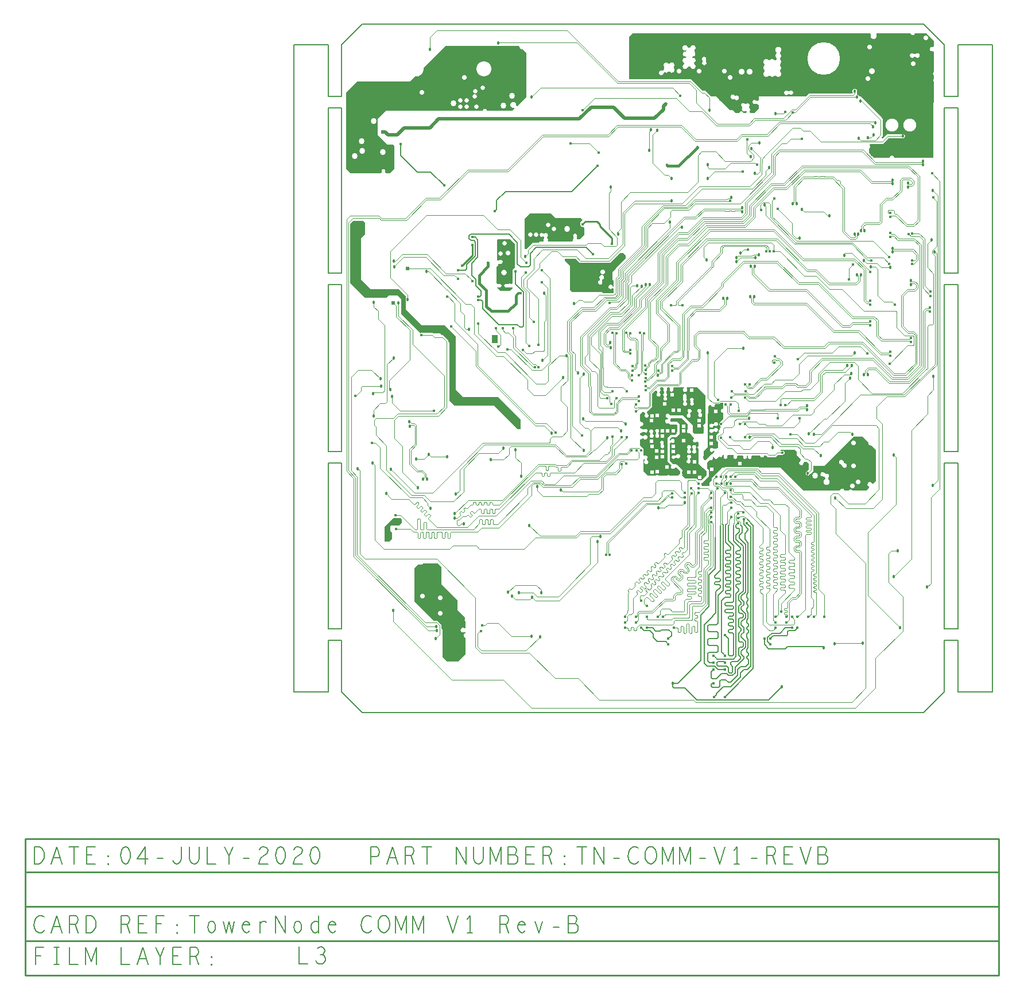
<source format=gbr>
G04 ================== begin FILE IDENTIFICATION RECORD ==================*
G04 Layout Name:  E:/CAD/CAD/FACEBOOK/COM V1/WORK/22-12-20/COM_V1_P2_21-12-2020_4.brd*
G04 Film Name:    COM_V1_P2-L3.gbr*
G04 File Format:  Gerber RS274X*
G04 File Origin:  Cadence Allegro 16.6-2015-S108*
G04 Origin Date:  Fri Dec 25 11:50:55 2020*
G04 *
G04 Layer:  DRAWING FORMAT/FILM_LABEL_OUTLINE*
G04 Layer:  VIA CLASS/L3_SIG*
G04 Layer:  PIN/L3_SIG*
G04 Layer:  ETCH/L3_SIG*
G04 Layer:  BOARD GEOMETRY/OUTLINE*
G04 Layer:  BOARD GEOMETRY/TOOLING_CORNERS*
G04 *
G04 Offset:    (0.000 0.000)*
G04 Mirror:    No*
G04 Mode:      Positive*
G04 Rotation:  0*
G04 FullContactRelief:  No*
G04 UndefLineWidth:     6.000*
G04 ================== end FILE IDENTIFICATION RECORD ====================*
%FSLAX55Y55*MOIN*%
%IR0*IPPOS*OFA0.00000B0.00000*MIA0B0*SFA1.00000B1.00000*%
%ADD14C,.022*%
%ADD13C,.015*%
%ADD10C,.024*%
%ADD12C,.016*%
%ADD11C,.018*%
%ADD15C,.062992*%
%ADD16C,.004*%
%ADD17C,.005*%
%ADD18C,.0042*%
%ADD19C,.006*%
%ADD20C,.007*%
%ADD21C,.0044*%
%ADD22C,.0035*%
%ADD23C,.0062*%
%ADD24C,.0045*%
%ADD25C,.003402*%
%ADD26C,.0047*%
%ADD27C,.004701*%
%ADD28C,.0068*%
%ADD29C,.003449*%
%ADD30C,.01*%
%ADD31C,.02*%
%ADD32C,.013*%
%ADD40C,.189296*%
%ADD34C,.032004*%
%ADD38C,.024004*%
%ADD37C,.034004*%
%ADD35C,.026004*%
%ADD39C,.036004*%
%ADD33C,.028004*%
%ADD41C,.075122*%
%ADD36C,.087004*%
G75*
%LPD*%
G75*
G36*
G01X28724Y108663D02*
X28362Y108301D01*
Y107475D01*
G03Y105847I1014J-814D01*
G01Y105353D01*
X29138Y104577D01*
Y100853D01*
X27432Y99147D01*
X25363D01*
X24794Y99716D01*
Y107732D01*
X30069Y113007D01*
X34051D01*
X34775Y112283D01*
Y110266D01*
X33172Y108663D01*
X28724D01*
G37*
G36*
G01X60956Y29750D02*
X58473Y32232D01*
Y48368D01*
X58007Y48834D01*
Y51098D01*
X55672Y53433D01*
X53408D01*
X42131Y64710D01*
Y83535D01*
X44407Y85811D01*
X46475D01*
X47302Y86638D01*
X55957D01*
X57853Y84742D01*
Y74640D01*
X67162Y65331D01*
Y59435D01*
X68772Y57824D01*
G03X69122Y57475I1149J800D01*
G01X71721Y54876D01*
G03X72023Y52673I994J-986D01*
G01Y51539D01*
G03Y51495I1400J-22D01*
G01Y49122D01*
G02X71351Y48829I-400J0D01*
G03Y46777I-953J-1026D01*
G02X72023Y46484I272J-293D01*
G01Y46109D01*
X71867Y46074D01*
G03Y43342I307J-1366D01*
G01X72023Y43306D01*
Y33991D01*
X67782Y29750D01*
X60956D01*
G37*
G36*
G01X87324Y219257D02*
X87414Y219347D01*
X90112D01*
X90523Y218936D01*
Y214876D01*
X90138Y214491D01*
X87723D01*
X87324Y214890D01*
Y219257D01*
G37*
G36*
G01X92212Y244942D02*
X90299Y246856D01*
X90447Y247004D01*
X90455Y247010D01*
G03X90512Y247060I-792J967D01*
G02X90784I136J-147D01*
G03Y248897I848J918D01*
G02X90512I-136J147D01*
G03X90146Y249132I-848J-918D01*
G01X90024Y249183D01*
Y258926D01*
X90944Y259846D01*
Y260432D01*
G02X91566Y260765I400J0D01*
G03X91211Y262572I723J1081D01*
G02X90596Y262513I-332J224D01*
G01X90334Y262776D01*
Y274776D01*
X90634Y275076D01*
X92734D01*
X92960Y274849D01*
X98069D01*
X100713Y272206D01*
Y260200D01*
X100742Y260171D01*
Y258508D01*
X99098Y256864D01*
Y249151D01*
G02X98416Y248867I-400J0D01*
G03X96688Y248896I-880J-888D01*
G02X96416I-136J147D01*
G03Y247060I-849J-918D01*
G02X96688I136J-147D01*
G03X98416Y247090I849J918D01*
G02X99098Y246806I281J-284D01*
G01Y246382D01*
X97658Y244942D01*
X92212D01*
G37*
G36*
G01X5018Y249483D02*
Y283998D01*
X6646Y285626D01*
X12451D01*
X13478Y284598D01*
Y277815D01*
X11115Y275452D01*
Y270338D01*
G03Y268774I1162J-782D01*
G01Y251609D01*
X16767Y245956D01*
X33143D01*
X34593Y244507D01*
X34660D01*
X37185Y241982D01*
Y240602D01*
G03X37218Y239107I1200J-721D01*
G01Y234240D01*
X46365Y225094D01*
X55848D01*
X55874Y225086D01*
G03X56558I343J1254D01*
G01X56584Y225094D01*
X59931D01*
X66406Y218619D01*
Y192058D01*
G03Y190346I979J-856D01*
G01Y187582D01*
X70619Y183369D01*
X84986D01*
X85005Y183365D01*
G03X85647I321J1568D01*
G01X85667Y183369D01*
X90968D01*
X104020Y170317D01*
Y164664D01*
X102273D01*
X88501Y178436D01*
X65378D01*
X62500Y181314D01*
Y214816D01*
X62056Y215261D01*
Y216136D01*
X58988Y219204D01*
X58113D01*
X57053Y220264D01*
X53258D01*
X52968Y220553D01*
X46903D01*
X46868Y220566D01*
G03X45804Y220508I-467J-1214D01*
G01X45674Y220441D01*
X34546Y231569D01*
Y240304D01*
X32697Y242154D01*
X29727D01*
X29698Y242163D01*
G03X28869I-415J-1337D01*
G01X28840Y242154D01*
X27250D01*
X26016Y240920D01*
X13581D01*
X5018Y249483D01*
G37*
G36*
G01X5360Y313151D02*
X2500Y316010D01*
Y360255D01*
X8854Y366609D01*
X39685D01*
X42609Y369533D01*
X42706Y369521D01*
G03X47566Y374381I543J4316D01*
G01X47553Y374478D01*
X60239Y387164D01*
X102730D01*
G02X103129Y386744I0J-400D01*
G03X105029Y385370I1399J-67D01*
G01X105150Y385416D01*
X107206Y383360D01*
Y357644D01*
X106655Y357092D01*
Y357065D01*
X101998Y352408D01*
G02X101318Y352745I-283J283D01*
G03X99864Y351291I-1684J231D01*
G02X100202Y350612I54J-396D01*
G01X99139Y349550D01*
X90144D01*
G03X88282I-931J-1423D01*
G01X84423D01*
X84387Y349703D01*
G03X81857I-1265J-302D01*
G01X81821Y349550D01*
X25503D01*
X20775Y344822D01*
Y335778D01*
X26736Y329817D01*
X29819D01*
X30641Y328995D01*
Y316028D01*
X27764Y313151D01*
X25664D01*
G02X25329Y313770I0J400D01*
G03X23155I-1087J713D01*
G02X22820Y313151I-335J-219D01*
G01X5360D01*
G37*
G36*
G01X124218Y287276D02*
X138934D01*
X140073Y286136D01*
X138434Y284497D01*
Y283476D01*
G03X140329Y282028I1500J0D01*
G02X140834Y281642I105J-386D01*
G01Y277376D01*
X138370Y274911D01*
X138246Y274964D01*
G03X137164Y274934I-508J-1197D01*
G02X136617Y275141I-177J359D01*
G03X136402Y275493I-1203J-492D01*
G02X136429Y276041I304J260D01*
G03X134539Y276134I-901J937D01*
G02X134512Y275586I-304J-260D01*
G03X134220Y274134I901J-937D01*
G02X133852Y273576I-367J-158D01*
G01X120083D01*
G02X119719Y274140I0J400D01*
G03X119372Y275670I-1185J535D01*
G02Y276281I258J306D01*
G03X117692Y278267I-838J994D01*
G02X117128Y278314I-259J305D01*
G03X116975Y276484I-994J-838D01*
G02X117540Y276437I259J-305D01*
G03X117696Y276281I994J838D01*
G02Y275670I-258J-306D01*
G03X117349Y274140I838J-994D01*
G02X116984Y273576I-365J-165D01*
G01X114834D01*
X114185Y272927D01*
X110907D01*
X109393Y271413D01*
X109377D01*
X107390Y269426D01*
X106484D01*
X106134Y269776D01*
Y287072D01*
X109103Y290041D01*
X121453D01*
X124218Y287276D01*
G37*
G36*
G01X173302Y162029D02*
G02X173751Y162426I400J0D01*
G03X174960Y162951I158J1290D01*
G02X175600Y162960I323J-236D01*
G03X175612Y164445I949J735D01*
G02X174972Y164465I-312J250D01*
G03X173751Y165007I-1063J-748D01*
G02X173302Y165404I-49J397D01*
G01Y165861D01*
G02X173751Y166258I400J0D01*
G03Y168839I158J1290D01*
G02X173302Y169236I-49J397D01*
G01Y173238D01*
X174014Y173950D01*
X174058Y173965D01*
G03X174797Y174705I-394J1134D01*
G01X174813Y174748D01*
X175106Y175042D01*
X175286Y174861D01*
X175300Y174807D01*
G03X176062Y173968I1164J291D01*
G02X176211Y173308I-134J-377D01*
G03X177462Y173591I849J-849D01*
G02X177313Y174250I134J377D01*
G03X177664Y175052I-849J849D01*
G01X177671Y175244D01*
X178044D01*
X180319Y177520D01*
Y177578D01*
X180399Y177658D01*
Y185160D01*
X182249Y187010D01*
G02X182905Y186873I283J-283D01*
G03X183342Y186320I1118J436D01*
G02X183329Y185653I-227J-330D01*
G03X184649Y185626I640J-1016D01*
G02X184663Y186294I227J330D01*
G03X184870Y188160I-640J1015D01*
G02X185152Y188843I282J283D01*
G01X186625D01*
G02X186936Y188192I0J-400D01*
G03X187288Y186387I933J-755D01*
G02Y185687I-194J-350D01*
G03X187084Y183729I581J-1050D01*
G02X187100Y183139I-262J-303D01*
G03X188719Y183183I834J-863D01*
G02X188703Y183774I262J303D01*
G03X188450Y185687I-834J863D01*
G02Y186387I194J350D01*
G03X188802Y188192I-581J1050D01*
G02X189113Y188843I311J251D01*
G01X190292D01*
G02X190611Y188202I0J-400D01*
G03X192523I956J-725D01*
G02X192842Y188843I319J242D01*
G01X196099D01*
X196334Y189078D01*
X198709D01*
X198749Y189059D01*
G03X198854Y189016I548J1179D01*
G01X198985Y188828D01*
X198872Y188648D01*
G03X200353Y188395I562J-1172D01*
G02X200636Y189078I283J283D01*
G01X203055D01*
X203061Y189078D01*
G03X203207I73J1198D01*
G01X203213Y189078D01*
X206567D01*
X211264Y184380D01*
Y168067D01*
G02X210907Y167669I-400J0D01*
G03X210316Y165514I127J-1193D01*
G01Y164049D01*
G03X210161Y162737I918J-774D01*
G01X210226Y162608D01*
X209508Y161889D01*
X204792D01*
X203784Y162897D01*
Y166976D01*
X198284Y172476D01*
X190645D01*
X190600Y172669D01*
G03X189208Y171082I-1267J-294D01*
G02X189434Y170832I-24J-249D01*
G01Y170718D01*
G02X189159Y170470I-250J0D01*
G03X189679Y168047I-126J-1294D01*
G01X189680D01*
X189846Y168142D01*
X190662Y167326D01*
X194334D01*
X194759Y166900D01*
Y163111D01*
X194703Y163056D01*
Y162306D01*
X193734Y161336D01*
X190944D01*
X189234Y159626D01*
Y145754D01*
X191465Y143523D01*
X191361Y143355D01*
G03X193661Y142158I1106J-683D01*
G02X194474Y142313I459J-198D01*
G01X196434Y140354D01*
Y138776D01*
X195174Y137516D01*
G03X195129Y137499I393J-1139D01*
G01X190659D01*
G03X188608I-1026J-624D01*
G01X184259D01*
G03X182208I-1026J-624D01*
G01X177841D01*
X175095Y140245D01*
Y146880D01*
G02X175730Y147204I400J0D01*
G03X175880Y147111I704J972D01*
G02X175963Y146458I-185J-355D01*
G03X177381Y146667I868J-968D01*
G02X177272Y147316I169J362D01*
G03X175730Y149148I-838J860D01*
G02X175095Y149472I-235J324D01*
G01Y151947D01*
X175099Y151967D01*
G03Y152436I-1177J235D01*
G01X175095Y152455D01*
Y153340D01*
X173302Y155133D01*
Y158401D01*
G02X173502Y158601I200J0D01*
G01X173503D01*
G03X174583Y159164I9J1300D01*
G02X175242I329J-227D01*
G03Y160639I1071J738D01*
G02X174583I-329J227D01*
G03X173503Y161201I-1071J-738D01*
G01X173502D01*
G02X173302Y161401I0J200D01*
G01Y162029D01*
G37*
G36*
G01X207124Y134876D02*
X205931Y136069D01*
X205377D01*
X205340Y136032D01*
X200771D01*
X200742Y136003D01*
X199607D01*
X197694Y137915D01*
X197934Y138154D01*
Y140975D01*
X195535Y143374D01*
G03X194660Y143886I-1414J-1414D01*
G01X194609Y143900D01*
X194134Y144376D01*
X192733D01*
X190734Y146375D01*
Y156613D01*
G02X191409Y156904I400J0D01*
G03X191120Y158222I825J872D01*
G01X191069Y158096D01*
X190734D01*
Y159004D01*
X191566Y159836D01*
X194356D01*
X196203Y161685D01*
Y162434D01*
X196259Y162489D01*
Y167521D01*
X194956Y168826D01*
X191284D01*
X190934Y169176D01*
Y170676D01*
X191234Y170975D01*
X197662D01*
X201255Y167383D01*
X201120Y167242D01*
G03X201087Y165345I1014J-966D01*
G02X200987Y164594I-374J-332D01*
G03X202124Y162276I711J-1089D01*
G01X202242Y162317D01*
X203234Y161325D01*
Y160827D01*
X204494Y159566D01*
G02X204442Y158956I-283J-283D01*
G03X206115Y157284I692J-981D01*
G02X206724Y157336I327J-231D01*
G01X207322Y156739D01*
Y155067D01*
X207223Y155009D01*
G03Y152942I611J-1033D01*
G01X207322Y152884D01*
Y144761D01*
X209978Y142104D01*
X209992Y142081D01*
G03X210439Y141633I1042J595D01*
G01X210462Y141620D01*
X211141Y140941D01*
X211840Y140243D01*
Y137901D01*
X208814Y134876D01*
X207124D01*
G37*
G36*
G01X268133Y129072D02*
X254842Y142363D01*
X242463D01*
X242054Y142773D01*
X222677D01*
X222267Y142363D01*
X220968D01*
X215537Y136933D01*
Y136827D01*
X214825Y136114D01*
Y134642D01*
G02X214463Y134244I-400J0D01*
G03X213667Y132267I114J-1195D01*
G02X213363Y131606I-303J-261D01*
G01X209435D01*
X208969Y132072D01*
Y133375D01*
X209436D01*
X213340Y137279D01*
Y140865D01*
X212383Y141821D01*
Y145388D01*
X213664Y146669D01*
X213793Y146604D01*
G03X215406Y148216I540J1072D01*
G01X215340Y148345D01*
X215592Y148597D01*
G02X216273Y148353I283J-283D01*
G03X218647Y148255I1194J119D01*
G02X219277Y148506I393J-72D01*
G03X221181Y149388I707J970D01*
G02X221580Y149759I399J-29D01*
G01X221704D01*
G02X222023Y149117I0J-400D01*
G03X223934I956J-726D01*
G02X224252Y149759I318J242D01*
G01X227304D01*
G02X227622Y149117I0J-400D01*
G03X229674Y148882I956J-726D01*
G02X230039Y149445I365J163D01*
G01X232717D01*
G02X233082Y148882I0J-400D01*
G03X235272I1095J-491D01*
G02X235638Y149445I365J164D01*
G01X235868D01*
G02X236027Y149123I0J-200D01*
G03X238073Y148882I951J-732D01*
G02X238438Y149445I365J164D01*
G01X242946D01*
Y149244D01*
G03X245347I1200J-4D01*
G01Y149445D01*
X246545D01*
X247573Y148417D01*
X251960D01*
X253257Y149714D01*
X255548D01*
X255583Y149701D01*
G03Y152128I467J1214D01*
G01X255548Y152115D01*
X255043D01*
G02X254902Y152456I0J200D01*
G01X255101Y152655D01*
X263168D01*
X264290Y151534D01*
Y149435D01*
X266748Y146977D01*
G02X266572Y146309I-283J-283D01*
G03X268334Y145128I373J-1350D01*
G02X268732Y145576I397J48D01*
G01X270206D01*
X270227Y145597D01*
X271302Y144521D01*
Y141328D01*
X270332Y140358D01*
X270288Y140343D01*
G03X272064Y138567I450J-1326D01*
G01X272079Y138611D01*
X273773Y140304D01*
Y143139D01*
X280132D01*
X284062Y147070D01*
X297187Y160194D01*
X302720D01*
X305700Y157215D01*
X305677Y157108D01*
G03X307820Y154965I1759J-385D01*
G01X307927Y154988D01*
X310374Y152540D01*
Y134491D01*
X308649Y132766D01*
G02X307978Y132952I-283J283D01*
G03X306280Y131253I-1358J-341D01*
G02X306466Y130582I-97J-388D01*
G01X304956Y129072D01*
X296761D01*
G03X294433I-1164J-778D01*
G01X291972D01*
X291923Y129202D01*
G03X289303I-1310J-494D01*
G01X289254Y129072D01*
X268133D01*
G37*
G36*
G01X152000Y243676D02*
X151340Y244337D01*
X133679D01*
X132787Y245229D01*
X132425Y245591D01*
Y259503D01*
X129881Y262047D01*
X129866Y262091D01*
G03X129762Y262322I-1232J-416D01*
G01X129736Y262368D01*
Y263711D01*
X135678D01*
X138177Y261212D01*
X155782D01*
X161519Y266950D01*
X163456D01*
X165029Y265376D01*
Y263844D01*
X159294Y258109D01*
Y258099D01*
X157157Y255962D01*
Y251495D01*
X157966Y250686D01*
Y248208D01*
X157915Y248157D01*
Y247353D01*
X157546D01*
X157518Y247519D01*
G03X157214Y246439I-1281J-223D01*
G02X157915Y246175I301J-264D01*
G01Y244024D01*
X157567Y243676D01*
X152000D01*
G37*
G36*
G01X210999Y146530D02*
X210367Y147162D01*
Y151973D01*
X212603Y154209D01*
Y165405D01*
X212765Y165567D01*
Y177896D01*
X213751Y178882D01*
G02X214434Y178594I283J-283D01*
G03X216788Y178906I1200J-18D01*
G02X217172Y179416I385J110D01*
G01X219340D01*
X219797Y179872D01*
X221546D01*
Y176882D01*
G02X221178Y176483I-400J0D01*
G03Y174091I98J-1196D01*
G02X221546Y173692I-33J-399D01*
G01Y170436D01*
X219627Y168517D01*
G03X219988Y166334I639J-1016D01*
G02X220178Y165662I-93J-389D01*
G01X219419Y164904D01*
Y164442D01*
G03X219152Y162692I667J-998D01*
G01X217441Y160981D01*
Y158298D01*
X218544Y157195D01*
Y153864D01*
G02X218000Y153491I-400J0D01*
G03X216632Y153124I-433J-1119D01*
G02X215974Y153175I-312J251D01*
G03X216032Y152090I-1040J-599D01*
G02X216408Y152061I183J-81D01*
G03X216492Y151837I1159J311D01*
G02X216134Y151259I-358J-178D01*
G01X216133D01*
X214788Y149914D01*
X214626D01*
X211242Y146530D01*
X210999D01*
G37*
G36*
G01X309201Y322128D02*
X306124Y325204D01*
G02X306113Y325758I283J283D01*
G03X306290Y327275I-957J881D01*
G02X306353Y327538I174J98D01*
G03X306630Y329616I-782J1162D01*
G02X306933Y330277I303J262D01*
G01X314278D01*
X317610Y333609D01*
X325156D01*
G03Y336010I721J1200D01*
G01X316616D01*
X314118Y333512D01*
G02X313435Y333795I-283J283D01*
G01Y334372D01*
X314163Y335099D01*
Y344796D01*
X313435Y345524D01*
Y345833D01*
X301341Y357927D01*
X300732D01*
X300680Y358046D01*
G03X299515Y358875I-1280J-567D01*
G02X299148Y359274I33J399D01*
G01Y360337D01*
G03X296722Y360380I-1200J721D01*
G01X296747Y360335D01*
Y360107D01*
X296323Y359683D01*
X271478D01*
X269722Y357927D01*
X242330D01*
Y355783D01*
G02X242127Y355583I-200J0D01*
G03X241371Y355354I-18J-1300D01*
G02X240809Y355465I-227J329D01*
G03X240457Y353686I-1090J-709D01*
G02X241019Y353575I227J-329D01*
G03X242127Y352983I1090J709D01*
G02X242330Y352783I3J-200D01*
G01Y350909D01*
X239636Y348214D01*
X237313D01*
X237257Y348319D01*
G03X236968Y348678I-1141J-623D01*
G02X236938Y349254I262J302D01*
G03X236695Y351236I-948J890D01*
G02X236607Y351832I217J336D01*
G03X234776Y353666I-990J842D01*
G02X234210Y353714I-259J305D01*
G03X232463Y351818I-999J-832D01*
G02X232560Y351262I-230J-327D01*
G03X234386Y349462I1065J-745D01*
G02X234942Y349374I234J-325D01*
G03X235138Y349162I1048J769D01*
G02X235167Y348586I-262J-302D01*
G03X234974Y348319I948J-890D01*
G01X234917Y348214D01*
X233288D01*
X233243Y348352D01*
G03X230773I-1235J-407D01*
G01X230728Y348214D01*
X228884D01*
X227038Y350060D01*
X225340D01*
X217473Y357927D01*
X214515D01*
X211201Y361241D01*
X209693D01*
X203049Y367886D01*
X166895D01*
Y392693D01*
X168767Y394565D01*
X306986D01*
G02X307332Y393964I0J-400D01*
G03X310441I1555J-908D01*
G02X310786Y394565I345J202D01*
G01X330259D01*
X330305Y394429D01*
G03X332961I1328J444D01*
G01X333006Y394565D01*
X339572D01*
X343889Y390249D01*
Y387048D01*
G02X343332Y386680I-400J0D01*
G03Y384104I-549J-1288D01*
G02X343889Y383736I157J-368D01*
G01Y372293D01*
G03Y370024I821J-1134D01*
G01Y368399D01*
G03Y366210I873J-1095D01*
G01Y354784D01*
X343458Y354354D01*
Y331045D01*
X343450Y331018D01*
G03Y330221I1342J-398D01*
G01X343458Y330193D01*
Y322128D01*
X320868D01*
X320849Y322307D01*
G03X318064I-1393J-143D01*
G01X318045Y322128D01*
X309201D01*
G37*
%LPC*%
G75*
G36*
G01X204204Y180849D02*
G03X204229Y180274I290J-275D01*
G02X202563Y180202I-795J-899D01*
G03X202538Y180777I-290J275D01*
G02X204204Y180849I795J899D01*
G37*
G36*
G01X186972Y156026D02*
G03X187027Y155470I312J-250D01*
G02X185319Y155299I-770J-920D01*
G03X185263Y155855I-312J250D01*
G02X186972Y156026I770J920D01*
G37*
G36*
G01X200089Y180281D02*
G02X198658Y180191I-655J-1005D01*
G03X198618Y180832I-259J305D01*
G02X198401Y182662I655J1005D01*
G03X198391Y183221I-291J275D01*
G02X200106Y183251I843J855D01*
G03X200116Y182692I291J-275D01*
G02X200049Y180921I-843J-855D01*
G03X200089Y180281I259J-305D01*
G37*
G36*
G01X208758Y173855D02*
G02X207335Y173571I-524J-1080D01*
G03X207210Y174196I-300J265D01*
G02X208633Y174480I524J1080D01*
G03X208758Y173855I300J-265D01*
G37*
G36*
G01X202328Y173376D02*
G02X201115Y173600I-794J-900D01*
G03X201240Y174275I-140J375D01*
G02X202453Y174051I794J900D01*
G03X202328Y173376I140J-375D01*
G37*
G36*
G01X183815Y161826D02*
G02X182653I-581J-1050D01*
G03Y162526I-194J350D01*
G02X183815I581J1050D01*
G03Y161826I194J-350D01*
G37*
G36*
G01X180653Y161704D02*
G02X179265Y161597I-619J-1028D01*
G03X179215Y162247I-256J307D01*
G02X180603Y162354I619J1028D01*
G03X180653Y161704I256J-307D01*
G37*
G36*
G01X205440Y152571D02*
G02X204086Y152541I-655J-1006D01*
G03X204071Y153201I-233J325D01*
G02X205425Y153231I655J1006D01*
G03X205440Y152571I233J-325D01*
G37*
G36*
G01X202399Y152538D02*
G02X201016Y152554I-703J-973D01*
G03X201024Y153208I-227J330D01*
G02X202407Y153192I703J973D01*
G03X202399Y152538I227J-330D01*
G37*
G36*
G01X193801Y147857D02*
G02X193525Y149309I-1067J550D01*
G03X194153Y149443I264J301D01*
G02X194433Y147962I1181J-543D01*
G03X193801Y147857I-277J-289D01*
G37*
G36*
G01X202201Y146823D02*
G02X201009Y146963I-717J-963D01*
G03X201090Y147651I-158J367D01*
G02X202282Y147511I717J963D01*
G03X202201Y146823I158J-367D01*
G37*
G36*
G01X291543Y145307D02*
G03X291949Y144875I399J-33D01*
G02X290580Y143589I26J-1400D01*
G03X290174Y144021I-399J33D01*
G02X291543Y145307I-26J1400D01*
G37*
G36*
G01X282460Y135500D02*
G02X280803Y135545I-871J-1575D01*
G03X280863Y136229I-174J360D01*
G02X280397Y136807I819J1136D01*
G03X279904Y137027I-367J-159D01*
G02X280743Y138913I-445J1328D01*
G03X281237Y138693I367J159D01*
G02X282437Y136187I445J-1328D01*
G03X282460Y135500I216J-337D01*
G37*
G36*
G01X151093Y250778D02*
G02X149834Y251146I-944J-894D01*
G03X150019Y251818I-97J388D01*
G02X151299Y251444I985J995D01*
G03X151093Y250778I84J-391D01*
G37*
G36*
G01X215917Y166471D02*
G02X215534Y167570I-1183J205D01*
G03X216195Y167800I267J298D01*
G02X216577Y166700I1183J-205D01*
G03X215917Y166471I-267J-298D01*
G37*
G36*
G01X215848Y163129D02*
G02X215527Y164476I-1114J446D01*
G03X216163Y164628I264J300D01*
G02X216484Y163281I1114J-446D01*
G03X215848Y163129I-264J-300D01*
G37*
G36*
G01X211564Y378835D02*
G03X211584Y378302I308J-256D01*
G02X209501Y378223I-1007J-973D01*
G03X209480Y378757I-308J256D01*
G02X211564Y378835I1007J973D01*
G37*
G36*
G01X248614Y369900D02*
G03X247977I-318J-242D01*
G02X245454Y372423I-1432J1091D01*
G03Y373059I-242J318D01*
G02Y375923I1091J1432D01*
G03Y376559I-242J318D01*
G02X247977Y379082I1091J1432D01*
G03X248614I318J242D01*
G02X251477I1432J-1091D01*
G03X252114I318J242D01*
G02X252454Y379423I1432J-1091D01*
G03Y380059I-242J318D01*
G02Y382923I1091J1432D01*
G03Y383559I-242J318D01*
G02X254636I1091J1432D01*
G03Y382923I242J-318D01*
G02Y380059I-1091J-1432D01*
G03Y379423I242J-318D01*
G02Y376559I-1091J-1432D01*
G03Y375923I242J-318D01*
G02Y373059I-1091J-1432D01*
G03Y372423I242J-318D01*
G02X252114Y369900I-1091J-1432D01*
G03X251477I-318J-242D01*
G02X248614I-1432J1091D01*
G37*
G36*
G01X228423Y358409D02*
G03X228689Y358337I171J104D01*
G02X228158Y356377I665J-1232D01*
G03X227892Y356449I-171J-104D01*
G02X228423Y358409I-665J1232D01*
G37*
G36*
G01X332468Y380936D02*
G02Y382484I-1167J774D01*
G03X333134I333J221D01*
G02Y380936I1167J-774D01*
G03X332468I-333J-221D01*
G37*
G36*
G01X204755Y376739D02*
G02X202479Y375119I-685J-1446D01*
G03X202019Y375471I-398J-43D01*
G02X201556Y375465I-251J1580D01*
G03X201107Y375119I-53J-396D01*
G02X198748Y376721I-1588J200D01*
G03X198753Y377419I-193J351D01*
G02X199754Y380396I792J1391D01*
G03X200206Y380775I52J397D01*
G02X200207Y380794I1599J-67D01*
G03X199965Y381000I-200J11D01*
G02X199879Y384146I-333J1565D01*
G03X200109Y384365I31J198D01*
G02X200102Y384459I1592J166D01*
G03X199849Y384643I-200J-9D01*
G02X201004Y386444I-424J1543D01*
G03X201460Y386113I395J65D01*
G02X201986Y386105I241J-1582D01*
G03X202451Y386431I71J394D01*
G02X204780Y384747I1577J-271D01*
G03X204749Y384060I188J-353D01*
G02X203818Y381121I-876J-1339D01*
G03X203404Y380718I-14J-400D01*
G02X203403Y380624I-1600J-15D01*
G03X203641Y380418I200J-10D01*
G02X204732Y377450I312J-1569D01*
G03X204755Y376739I194J-350D01*
G37*
G36*
G01X186939Y371613D02*
G02X186264Y372774I-1400J-37D01*
G03X186869Y373149I207J342D01*
G02X187319Y374394I1595J129D01*
G03X187308Y374963I-286J279D01*
G02X189730Y377030I1104J1158D01*
G03X190391Y377036I329J227D01*
G02X192848Y375009I1331J-888D01*
G03X192853Y374435I281J-284D01*
G02X190435Y372364I-1104J-1158D01*
G03X189778I-328J-228D01*
G02X187564Y371954I-1314J914D01*
G03X186939Y371613I-225J-331D01*
G37*
G36*
G01X259294Y359240D02*
G02X259239Y360820I-1060J754D01*
G03X259874Y360842I309J254D01*
G02X259929Y359262I1060J-754D01*
G03X259294Y359240I-309J-254D01*
G37*
G54D40*
X279850Y380000D03*
G54D34*
X94214Y255654D03*
G54D38*
X183134Y139876D03*
X189034Y142576D03*
X180134Y139576D03*
X182929Y148376D03*
X195834Y175476D03*
X180034Y157776D03*
X180334Y154676D03*
X191769Y184637D03*
X207634Y166776D03*
X203173Y187437D03*
X180234Y172376D03*
X182934Y151876D03*
X187567Y179176D03*
X186257Y148580D03*
Y151564D03*
X186134Y160676D03*
X192433Y163504D03*
X186257D03*
X189344Y163505D03*
X183127Y172694D03*
X180029Y169474D03*
X192534Y175476D03*
X207634Y169776D03*
X204834Y139576D03*
X207934Y136576D03*
X201634Y139576D03*
X204784Y145595D03*
X198634Y157876D03*
X192434Y151565D03*
X192433Y154550D03*
X198558Y163506D03*
Y166390D03*
X214972Y141231D03*
X231378Y144491D03*
X214578Y159795D03*
X217377Y175099D03*
X214613Y156326D03*
G54D37*
X65034Y353976D03*
X7434Y323376D03*
X18610Y343572D03*
X11434Y331876D03*
X94034Y352476D03*
X98862Y358370D03*
X11915Y326372D03*
X23830Y325594D03*
X131008Y281092D03*
X274913Y137657D03*
G54D35*
X92366Y266525D03*
X94734Y272776D03*
X81916Y362943D03*
X77276Y357959D03*
X68834Y355476D03*
X72534Y355576D03*
X68834Y351976D03*
X72534Y352076D03*
X78134Y351976D03*
X77634Y361076D03*
X112834Y277476D03*
X109734D03*
X123134Y280876D03*
X119857Y283302D03*
G54D39*
X232310Y372292D03*
X307849Y372653D03*
X236952Y372139D03*
G54D33*
X46981Y67494D03*
X57321Y57512D03*
X57148Y66655D03*
X96680Y266908D03*
X71300Y369010D03*
X46447Y360389D03*
X296719Y131600D03*
X299759Y133949D03*
X297274Y156658D03*
X297293Y143198D03*
X151438Y256018D03*
X207545Y372531D03*
X196063Y372532D03*
X225423Y369072D03*
X222214Y372496D03*
X305651Y368426D03*
X332005Y376956D03*
X306515Y386539D03*
X339392Y391790D03*
G54D41*
X329777Y341363D03*
X319541D03*
G54D36*
X82620Y373837D03*
%LPD*%
G75*
G54D10*
X29841Y238084D03*
X38202Y257876D03*
X20141Y324165D03*
X27634Y325976D03*
X23934Y337376D03*
X105893Y358256D03*
X102361Y373385D03*
X102322Y377068D03*
X102305Y368526D03*
X102834Y363176D03*
X260708Y150869D03*
G54D20*
G01X100839Y256158D02*
X100834Y256154D01*
Y248912D01*
X104597Y245150D01*
X104600D01*
X105537Y244212D01*
Y242985D01*
X105537Y224535D01*
X104837Y223835D01*
X103500D01*
X102070Y225265D01*
X91281D01*
X81834Y234713D01*
Y238816D01*
X81036Y239613D01*
X79331D01*
G01X145834Y266205D02*
X141826Y270213D01*
X112894D01*
X109466Y266785D01*
Y259830D01*
X108439Y258803D01*
X104020D01*
X102063Y260760D01*
Y272981D01*
X97214Y277829D01*
X74895D01*
X74047Y276981D01*
Y275234D01*
X75130Y274152D01*
X77010D01*
X77710Y273452D01*
Y265277D01*
X72726Y260293D01*
G01X69423Y256990D02*
X67495D01*
G01X79331Y241582D02*
X80334D01*
X81034Y242282D01*
Y244976D01*
X77899Y248111D01*
Y251543D01*
X75484Y253958D01*
Y261098D01*
X78995Y264609D01*
Y274657D01*
X77518Y276134D01*
X75768D01*
G01X88769Y291190D02*
X90007Y292427D01*
Y297566D01*
X95117Y302676D01*
X133634D01*
X148434Y317476D01*
G01X34334Y330396D02*
Y323781D01*
X44039Y314076D01*
X51617D01*
X59509Y306184D01*
G54D11*
G01X206463Y328376D02*
X195726Y317638D01*
X189240D01*
X188956Y317922D01*
X65744Y115651D03*
X66274Y126794D03*
X65589Y113014D03*
X26843Y104195D03*
Y101712D03*
X70890Y109645D03*
X55154Y47591D03*
X109047Y108669D03*
X44362Y130546D03*
X113548Y131244D03*
X45234Y80846D03*
X48130D03*
X51130D03*
X46682Y78053D03*
X49682Y78260D03*
X49785Y83432D03*
X46165D03*
X28584Y141175D03*
X9241Y141692D03*
X54844Y49870D03*
X102911Y69478D03*
X110532Y66979D03*
X99072Y67766D03*
X51650Y118680D03*
X110385Y44214D03*
X96737Y69813D03*
X54597Y43048D03*
X25804Y127444D03*
X47086Y135633D03*
X49604Y135479D03*
X104237Y137306D03*
X29944Y59282D03*
X30567Y258986D03*
X30154Y262192D03*
X28323Y187558D03*
X38385Y239881D03*
X102797Y165538D03*
X30097Y205950D03*
X18583Y172391D03*
X17928Y144974D03*
X22437Y194000D03*
X50443Y149982D03*
X43146Y147309D03*
X61234Y148491D03*
X39507Y166362D03*
X39404Y168880D03*
X33028Y237799D03*
X94010Y153727D03*
X101073Y152712D03*
X73783Y222743D03*
X86580Y146945D03*
X49094Y256159D03*
X29186Y183528D03*
X18725Y238186D03*
X18300Y185292D03*
X22943Y189624D03*
X110197Y357632D03*
X6314Y278549D03*
X8986Y280604D03*
X7856Y283585D03*
X11042Y279063D03*
X12275Y281427D03*
X8986Y277624D03*
X6109Y281530D03*
X10322Y282968D03*
X108587Y287927D03*
X107174Y285782D03*
X107592Y270776D03*
X107618Y273320D03*
X106730Y265061D03*
X51266Y385299D03*
X91008Y388919D03*
X192313Y16792D03*
X223124Y137024D03*
X127330Y129382D03*
X199088Y121967D03*
X183907Y118932D03*
X223424Y133117D03*
X150393Y102191D03*
X148483Y99202D03*
X115191Y44067D03*
X115805Y69666D03*
X128738Y194598D03*
X164777Y167488D03*
X140198Y170743D03*
X162158Y163679D03*
X140718Y196640D03*
X137194Y197170D03*
X223914Y240600D03*
X221580Y240745D03*
X183692Y195852D03*
X233334Y211576D03*
X130546Y207431D03*
X156059Y214908D03*
X140652Y152136D03*
X176537Y248643D03*
X211806Y262890D03*
X171687Y247962D03*
X174173Y247770D03*
X156213Y211824D03*
X179054Y248695D03*
X159450Y262257D03*
X155944Y244699D03*
X116740Y204599D03*
X135075Y237720D03*
X229091Y261823D03*
X212734Y208976D03*
X121982Y162221D03*
X117490Y243552D03*
X154247Y159711D03*
X160530Y277855D03*
X232496Y293406D03*
Y290976D03*
X188956Y317922D03*
X206463Y328376D03*
X191437Y297435D03*
X226356Y299451D03*
X163638Y263901D03*
X161120Y264004D03*
X231534Y266845D03*
X212414Y318131D03*
X229101Y264249D03*
X117900Y288869D03*
X222917Y355792D03*
X224866Y357566D03*
X219999Y356283D03*
X221675Y358092D03*
X212578Y310238D03*
X213470Y350067D03*
X190617Y284945D03*
X156366Y305170D03*
X179614Y338461D03*
X178528Y326479D03*
X191705Y310328D03*
X183195Y338193D03*
X197580Y281881D03*
X255462Y14959D03*
X279843Y37658D03*
X286633Y124740D03*
X282068Y141262D03*
X320508Y78914D03*
X270739Y139017D03*
X324148Y49364D03*
X286142Y40078D03*
X302565Y40133D03*
X339874Y72851D03*
X343283Y131842D03*
X323042Y94089D03*
X305632Y196299D03*
X318413Y258482D03*
X303192Y262520D03*
X299349Y254443D03*
X301549D03*
X237628Y259367D03*
X239928D03*
X270406Y175887D03*
Y178187D03*
X330635Y248673D03*
X307724Y152499D03*
X303574Y155904D03*
X297954Y208951D03*
X343580Y195201D03*
X330635Y250983D03*
X239666Y241713D03*
X237366D03*
X296554Y161590D03*
X236670Y170948D03*
X303332Y196299D03*
X250234Y153976D03*
X274375Y161646D03*
X295957Y196845D03*
X236978Y159795D03*
X278134Y149176D03*
X296162Y201599D03*
X295186Y194379D03*
X271400Y161804D03*
X320640Y149657D03*
X293542Y201650D03*
X307380Y259022D03*
X242607Y330878D03*
X328970Y307537D03*
X303649Y280058D03*
X328970Y305337D03*
X301449Y280058D03*
X261948Y295535D03*
X297790Y277810D03*
X299990D03*
X264148Y295535D03*
X309960Y342519D03*
X319786Y267489D03*
Y269689D03*
X320007Y309389D03*
Y307189D03*
X344403Y267746D03*
X308803Y335587D03*
X305669Y334046D03*
X325877Y334810D03*
X337674Y318179D03*
X308649Y340314D03*
X245534Y294836D03*
X337674Y320379D03*
X291818Y265474D03*
X267411Y292185D03*
X283405Y288556D03*
X300362Y333726D03*
X237572Y323095D03*
X252002Y347844D03*
X301163Y355324D03*
X248098Y316585D03*
X240203Y264264D03*
X242156Y266062D03*
X299399Y357480D03*
X238070Y327667D03*
X239772Y313201D03*
X342450Y274734D03*
X343214Y303448D03*
X265800Y275755D03*
X297948Y361058D03*
G54D30*
G01X-183757Y-112707D02*
X381593D01*
G01X381743Y-73471D02*
Y-152707D01*
X-183757D01*
G01Y-73376D02*
Y-152707D01*
G01Y-132707D02*
X381743D01*
Y-132557D01*
G01X-183757Y-92707D02*
X381693D01*
G01X-183757Y-73507D02*
X381743D01*
G01X70034Y259776D02*
X75947Y265689D01*
Y271707D01*
G01X210734Y148276D02*
X212878Y150419D01*
Y160499D01*
X213034Y160655D01*
Y173554D01*
X214578Y175099D01*
G01X139934Y283476D02*
Y283876D01*
X141434Y285376D01*
X148334D01*
X150034Y283676D01*
Y282576D01*
X156834Y275776D01*
Y272376D01*
G54D21*
G01X198806Y210595D02*
Y210540D01*
X198711Y210444D01*
Y210240D01*
X198696Y210225D01*
Y207177D01*
G01X197856Y210595D02*
Y207177D01*
G01X207195Y210361D02*
X207210Y210346D01*
Y206222D01*
X206262Y205274D01*
X203635D01*
X202738Y204377D01*
G01X208050Y210595D02*
Y205874D01*
X206610Y204434D01*
X203983D01*
X203332Y203783D01*
G54D12*
X31663Y106661D03*
X32636Y111837D03*
X31330Y114598D03*
X81480Y50693D03*
X81043Y47250D03*
X100839Y256158D03*
X67426Y252063D03*
X61092Y241610D03*
X75920Y250721D03*
X67495Y256990D03*
X89834Y218476D03*
X88134D03*
Y216876D03*
Y215276D03*
X89734D03*
Y216876D03*
X107254Y261276D03*
X46401Y219353D03*
X85034Y261376D03*
X114152Y213651D03*
X111571Y226874D03*
X17514Y156608D03*
X96330Y210983D03*
X90984Y212639D03*
X114334Y200676D03*
X112134Y200526D03*
X106834Y255676D03*
X109059Y212861D03*
X70034Y259776D03*
X63434Y224276D03*
X105244Y210490D03*
X53569Y175330D03*
X8020Y183944D03*
X88769Y291190D03*
X59509Y306184D03*
X34334Y330396D03*
X75768Y276134D03*
X92034Y270676D03*
X75947Y271707D03*
X216191Y9073D03*
X216068Y17073D03*
X222571Y9077D03*
X207120Y127478D03*
X177142Y61824D03*
X233365Y116157D03*
X216068Y33073D03*
X186134Y139776D03*
X195520Y139625D03*
X192534Y139676D03*
X198334Y139276D03*
X210934Y139576D03*
X203220Y127204D03*
X164542Y52374D03*
X225825Y129217D03*
X199334Y127676D03*
X214623Y113479D03*
X164542Y49224D03*
X207120Y133079D03*
X164542Y55524D03*
X233444Y112279D03*
X173992Y49224D03*
X189741Y39774D03*
X217425Y133117D03*
X177142Y49224D03*
X189741Y42923D03*
X228624Y137017D03*
X217425D03*
X207120Y130278D03*
X186592Y55524D03*
X220624Y133117D03*
X153460Y91641D03*
X191898Y127155D03*
X230224Y115623D03*
X216068Y25073D03*
X214624Y127478D03*
X170842Y55524D03*
X230224Y112823D03*
X220225Y137024D03*
X230224Y110023D03*
X222568Y29073D03*
X155675Y91641D03*
X192031Y124973D03*
X226323Y119079D03*
X222568Y33073D03*
X214623Y110679D03*
X192892Y49224D03*
X222568Y45073D03*
X226323Y113479D03*
X214623Y116279D03*
X177142Y55524D03*
X211034Y133576D03*
X225825Y137024D03*
X218323Y130279D03*
X225825Y133117D03*
X226324Y121879D03*
X216068Y29073D03*
X214623Y119079D03*
X183442Y55524D03*
X222568Y25073D03*
X222424Y127479D03*
X202827Y130304D03*
X173992Y64974D03*
X225825Y125317D03*
X214624Y124679D03*
X170842Y52374D03*
X199102Y125017D03*
X124232Y162687D03*
X226434Y186676D03*
X157354Y160142D03*
X171122Y152201D03*
X162722Y159945D03*
X168322Y152201D03*
X165709Y159889D03*
X180081Y151564D03*
X176834Y152176D03*
X192434Y166576D03*
X183334Y169476D03*
X189234Y175176D03*
X180081Y175445D03*
X207873Y163504D03*
X192334Y169676D03*
X202134Y158076D03*
X192334Y145776D03*
X157350Y220456D03*
X168665Y193037D03*
X159600Y220430D03*
X168665Y195837D03*
X172634Y181076D03*
X176465Y187437D03*
X172734Y183576D03*
X176478Y189724D03*
X191768Y198637D03*
Y201437D03*
X183847Y198593D03*
X218434Y181776D03*
X167618Y210720D03*
X176264Y201646D03*
X176434Y198876D03*
X176400Y192180D03*
X176426Y194275D03*
X167618Y208613D03*
X222978Y178998D03*
X225778Y178999D03*
X162634Y144276D03*
X165263Y144491D03*
X173350Y220456D03*
X172634Y195976D03*
X165350Y220456D03*
X168767Y201372D03*
X170864Y178999D03*
X175600Y220430D03*
X176434Y196476D03*
X234534Y186676D03*
X139664Y160907D03*
X170864Y175099D03*
X157234Y186676D03*
X154234Y182676D03*
X156634Y179176D03*
X165559Y186657D03*
X167600Y220430D03*
X168767Y198472D03*
X234177Y159795D03*
X131449Y262775D03*
X134269Y263105D03*
X133082Y261206D03*
X135478Y261079D03*
X116334Y250076D03*
X220134Y159676D03*
X231378Y167595D03*
X234178D03*
X225442Y159941D03*
X116334Y256876D03*
X230734Y175176D03*
X226334Y183076D03*
X234130Y190699D03*
X220178Y178998D03*
X210734Y148276D03*
X214578Y175099D03*
X173922Y152201D03*
X234134Y183006D03*
X220266Y167502D03*
X155492Y237949D03*
X197879Y236492D03*
X191150Y236492D03*
X159621Y182528D03*
X148434Y317476D03*
X145834Y266205D03*
X156834Y272376D03*
X139934Y283476D03*
X196689Y358316D03*
X149334Y325176D03*
X133034Y330476D03*
X225632Y297280D03*
X188193Y353735D03*
X139991Y350065D03*
X136934Y283376D03*
X232973Y314348D03*
X245556Y42793D03*
X235328Y110090D03*
X252043Y52374D03*
X248892Y39775D03*
X261493Y49224D03*
X252043Y55524D03*
X248892Y42924D03*
X264643Y49224D03*
X264642Y55524D03*
X252043Y49224D03*
X255193Y58673D03*
X274092Y55524D03*
X280393D03*
X270943D03*
X258342D03*
Y52374D03*
X261493Y55524D03*
X341689Y232925D03*
X251257Y203150D03*
X236930Y190699D03*
X330635Y215208D03*
Y217519D03*
X331174Y262704D03*
X331093Y260705D03*
X307013Y225051D03*
Y227361D03*
Y236862D03*
Y239172D03*
X260708Y161493D03*
X318049Y260650D03*
X307647Y262628D03*
X318281Y202740D03*
X341903Y242111D03*
X306954Y255914D03*
X318683Y209644D03*
Y207334D03*
X256050Y150915D03*
X341689Y235235D03*
X257534Y178776D03*
X265861Y171044D03*
X264972Y205298D03*
X305144Y208472D03*
X255034Y178676D03*
X251460Y206976D03*
X341833Y244570D03*
X253256Y170973D03*
X296901Y260224D03*
X294635Y251772D03*
X321162Y237032D03*
X318683Y276232D03*
X267187Y333391D03*
X318683Y290224D03*
X318683Y288043D03*
X243509Y291990D03*
X250942Y267901D03*
X329296Y278080D03*
X343470Y299140D03*
X257536Y349032D03*
X235646Y332826D03*
X235964Y268858D03*
X241301Y318328D03*
X262072Y348514D03*
X318683Y278542D03*
X331273Y278382D03*
X342765Y313138D03*
X251258Y298660D03*
X318041Y264636D03*
X253238Y292577D03*
X246425Y268058D03*
X248425D03*
G54D31*
G01X8986Y277624D02*
Y249524D01*
X14609Y243901D01*
X33313D01*
X35780Y241434D01*
Y233110D01*
X46365Y222525D01*
X57354D01*
X64350Y215529D01*
Y185116D01*
X68975Y180491D01*
X90446D01*
X102797Y168140D01*
Y165538D01*
G01X23934Y337376D02*
X25100D01*
X26947Y335528D01*
X32118D01*
X36256Y339665D01*
X51151D01*
X56322Y344837D01*
X138051D01*
X144827Y351613D01*
X158025D01*
X164362Y345276D01*
X181710D01*
X186858Y350423D01*
Y352399D01*
X188193Y353735D01*
G54D22*
G01X226434Y186676D02*
X227859Y185250D01*
X234913D01*
X236938Y183225D01*
X239894D01*
X242935Y186266D01*
G01X226334Y183076D02*
X227759Y184500D01*
X234602D01*
X236628Y182475D01*
X240237D01*
X243465Y185734D01*
X243465Y185736D01*
G54D13*
G01X85034Y261376D02*
Y259226D01*
X79852Y254043D01*
Y249287D01*
X83904Y245234D01*
Y236076D01*
X86804Y233176D01*
X96634D01*
X101238Y237779D01*
Y242050D01*
X79331Y239613D03*
Y241582D03*
X93600Y247978D03*
X103937Y243550D03*
X79331Y225833D03*
X89663Y223372D03*
X99503D03*
X93599D03*
G54D32*
G01X101238Y242050D02*
X102738Y243550D01*
X103937D01*
G54D23*
G01X235328Y110090D02*
X236632Y108786D01*
X237568Y107850D01*
Y27073D01*
X235568Y25073D01*
X233694D01*
X231568Y22947D01*
Y20573D01*
X226068Y15073D01*
X221511D01*
X217412Y10974D01*
Y10294D01*
X216191Y9073D01*
G01X216068Y17073D02*
X215218Y17073D01*
X214568Y16423D01*
Y15248D01*
X215133Y14683D01*
X218948D01*
X219568Y15303D01*
Y18423D01*
X220218Y19073D01*
X223068D01*
X224568Y17573D01*
X226068D01*
X230068Y21573D01*
Y25073D01*
X231568Y26573D01*
X234517D01*
X236118Y28174D01*
Y30472D01*
X235093Y31497D01*
Y32422D01*
X236118Y33447D01*
Y34372D01*
X235093Y35397D01*
Y36547D01*
X236018Y37472D01*
Y42623D01*
X235093Y43548D01*
Y45522D01*
X236118Y46547D01*
Y47472D01*
X235093Y48497D01*
Y49422D01*
X236118Y50447D01*
Y51372D01*
X235093Y52397D01*
Y53547D01*
X236018Y54472D01*
Y58017D01*
X235093Y58942D01*
Y60270D01*
X236068Y61245D01*
Y62220D01*
X235093Y63195D01*
Y64170D01*
X236068Y65145D01*
Y66120D01*
X235093Y67095D01*
Y68547D01*
X236018Y69472D01*
Y98623D01*
X234093Y100548D01*
Y103944D01*
X235956Y105808D01*
Y106685D01*
X233445Y109196D01*
Y112279D01*
X233444Y112279D01*
G01X216068Y25073D02*
X215046Y24051D01*
X214458Y23463D01*
Y20406D01*
X215401Y19463D01*
X216735D01*
X216823Y19551D01*
X217546D01*
X220578Y22583D01*
X221801D01*
X221901Y22683D01*
X223235D01*
X223335Y22583D01*
X223558D01*
X224568Y21573D01*
X227068D01*
X228568Y23073D01*
Y26230D01*
X233568Y31230D01*
Y32416D01*
X232043Y33941D01*
Y35548D01*
X234568Y38073D01*
Y41416D01*
X232043Y43941D01*
Y45205D01*
X233568Y46730D01*
Y49416D01*
X232043Y50941D01*
Y52548D01*
X234568Y55073D01*
Y57416D01*
X232043Y59941D01*
Y61205D01*
X233568Y62730D01*
Y64416D01*
X232043Y65941D01*
Y67548D01*
X234568Y70073D01*
Y97573D01*
X230841Y101299D01*
Y102847D01*
X232568Y104573D01*
Y108073D01*
X231624Y109017D01*
G01X222571Y9077D02*
X224142Y10648D01*
X224143D01*
X239068Y25573D01*
Y108636D01*
X235568Y112136D01*
G01X192313Y16792D02*
Y14956D01*
X192933Y14336D01*
X199248D01*
X206197Y7387D01*
X247891D01*
X255462Y14959D01*
G01X217048Y101788D02*
Y83554D01*
X215672Y82178D01*
X215651D01*
X213315Y79842D01*
Y61477D01*
X208543Y56705D01*
Y30205D01*
X195130Y16792D01*
X192313D01*
G01X227568Y108883D02*
Y103653D01*
X227678Y103543D01*
Y99463D01*
X231568Y95573D01*
Y94572D01*
X230997Y94001D01*
X229639D01*
X229068Y93430D01*
Y92622D01*
X229639Y92051D01*
X230997D01*
X231568Y91480D01*
Y90672D01*
X230997Y90101D01*
X229639D01*
X229068Y89530D01*
Y88722D01*
X229639Y88151D01*
X230997D01*
X231568Y87580D01*
Y86772D01*
X230997Y86201D01*
X229639D01*
X229068Y85630D01*
Y84822D01*
X229639Y84251D01*
X230997D01*
X231568Y83680D01*
Y82872D01*
X230997Y82301D01*
X229639D01*
X229068Y81730D01*
Y80922D01*
X229639Y80351D01*
X230997D01*
X231568Y79780D01*
Y78972D01*
X230997Y78401D01*
X229639D01*
X229068Y77830D01*
Y77022D01*
X229639Y76451D01*
X230997D01*
X231568Y75880D01*
Y75073D01*
X231068Y74573D01*
X229568D01*
X229068Y74073D01*
Y73154D01*
X230478Y71744D01*
Y70483D01*
X229068Y69073D01*
Y32573D01*
X227568Y31073D01*
X218068D01*
X217560Y31581D01*
X217559D01*
X216068Y33073D01*
G01X173992Y49224D02*
X175188Y48029D01*
X175618Y47599D01*
X179042D01*
X181068Y45573D01*
Y43503D01*
X183222Y41349D01*
X188166D01*
X189741Y39774D01*
G01Y42923D02*
X191418Y44600D01*
Y46485D01*
X189886Y48016D01*
X185683D01*
X185002Y47335D01*
X182306D01*
X180417Y49224D01*
X177142D01*
G01X230224Y110023D02*
X229068Y108867D01*
Y107573D01*
X229568Y107073D01*
X230568D01*
X231068Y106573D01*
Y105073D01*
X229068Y103073D01*
Y100573D01*
X233118Y96523D01*
Y70674D01*
X230593Y68149D01*
Y65340D01*
X231901Y64032D01*
Y63113D01*
X230593Y61805D01*
Y58223D01*
X231243Y57573D01*
X232360D01*
X233118Y56816D01*
Y55674D01*
X232542Y55098D01*
X231243D01*
X230593Y54448D01*
Y50119D01*
X232068Y48644D01*
Y47502D01*
X230593Y46027D01*
Y41723D01*
X231243Y41073D01*
X232568D01*
X233118Y40523D01*
Y38674D01*
X232542Y38098D01*
X231243D01*
X230593Y37448D01*
Y33341D01*
X231568Y32366D01*
Y31280D01*
X229861Y29573D01*
X226427D01*
X225777Y28923D01*
Y27863D01*
X227068Y26573D01*
Y23674D01*
X226467Y23073D01*
X225218D01*
X224568Y23723D01*
Y26073D01*
X223568Y27073D01*
X218718D01*
X218068Y27723D01*
Y28923D01*
X218718Y29573D01*
X222068D01*
X222568Y29073D01*
G01Y33073D02*
X221093Y34548D01*
X220568Y35073D01*
Y64873D01*
X222646Y66951D01*
X225497D01*
X226068Y67522D01*
Y68330D01*
X225497Y68901D01*
X223639D01*
X223068Y69472D01*
Y70280D01*
X223639Y70851D01*
X225497D01*
X226068Y71422D01*
Y72230D01*
X225497Y72801D01*
X223639D01*
X223068Y73372D01*
Y74180D01*
X223639Y74751D01*
X225497D01*
X226068Y75322D01*
Y76130D01*
X225497Y76701D01*
X223639D01*
X223068Y77272D01*
Y78080D01*
X223639Y78651D01*
X225497D01*
X226068Y79222D01*
Y80030D01*
X225497Y80601D01*
X223639D01*
X223068Y81172D01*
Y81980D01*
X223639Y82551D01*
X225497D01*
X226068Y83122D01*
Y83930D01*
X225497Y84501D01*
X223639D01*
X223068Y85072D01*
Y85880D01*
X223639Y86451D01*
X225497D01*
X226068Y87022D01*
Y87830D01*
X225497Y88401D01*
X223639D01*
X223068Y88972D01*
Y89780D01*
X223639Y90351D01*
X225497D01*
X226068Y90922D01*
Y91730D01*
X225497Y92301D01*
X223639D01*
X223068Y92872D01*
Y93680D01*
X223639Y94251D01*
X225497D01*
X226068Y94822D01*
Y95923D01*
X223068Y98923D01*
Y109073D01*
X223708Y109714D01*
G01X224839Y108844D02*
X224568Y108573D01*
Y100073D01*
X227568Y97073D01*
Y64557D01*
X226997Y63986D01*
X223139D01*
X222568Y63414D01*
Y62607D01*
X223139Y62036D01*
X226997D01*
X227568Y61464D01*
Y60545D01*
X226997Y59974D01*
X223139D01*
X222568Y59403D01*
Y58595D01*
X223139Y58024D01*
X226997D01*
X227568Y57453D01*
Y56645D01*
X226997Y56074D01*
X225139D01*
X224568Y55503D01*
Y54695D01*
X225139Y54124D01*
X226997D01*
X227568Y53553D01*
Y52745D01*
X226997Y52174D01*
X225139D01*
X224568Y51603D01*
Y50795D01*
X225139Y50224D01*
X226997D01*
X227568Y49653D01*
Y48845D01*
X226997Y48274D01*
X225139D01*
X224568Y47703D01*
Y46895D01*
X225139Y46324D01*
X226997D01*
X227568Y45753D01*
Y33723D01*
X226918Y33073D01*
X225218D01*
X224568Y33723D01*
Y43073D01*
X222568Y45073D01*
G01X216068Y29073D02*
X213568Y29073D01*
X212568Y30073D01*
Y34423D01*
X213218Y35073D01*
X217918D01*
X218568Y35723D01*
Y38423D01*
X217918Y39073D01*
X213218D01*
X212568Y39723D01*
Y42423D01*
X213218Y43073D01*
X217918D01*
X218568Y43723D01*
Y46423D01*
X217918Y47073D01*
X213218D01*
X212568Y47723D01*
Y50423D01*
X213218Y51073D01*
X217568D01*
X218568Y52073D01*
Y68073D01*
X221568Y71073D01*
Y109073D01*
X221074Y109567D01*
G01X222568Y25073D02*
X219546D01*
X218568Y25073D01*
X216568Y27073D01*
X212138D01*
X210568Y28643D01*
Y51073D01*
X215461Y55966D01*
Y56176D01*
X217308Y58024D01*
Y70183D01*
X219873Y72748D01*
Y73556D01*
X219302Y74127D01*
X217139D01*
X216568Y74698D01*
Y75506D01*
X217139Y76077D01*
X219302D01*
X219873Y76648D01*
Y77456D01*
X219302Y78027D01*
X217139D01*
X216568Y78598D01*
Y79406D01*
X219873Y82711D01*
Y108573D01*
G01X279843Y37658D02*
X279210Y38291D01*
X258882D01*
X257700Y37109D01*
X247937D01*
X245556Y39489D01*
Y42793D01*
G01X248892Y39775D02*
X247683Y40984D01*
X247282Y41385D01*
Y43591D01*
X248226Y44534D01*
X248318D01*
X249857Y46073D01*
X254568D01*
X257719Y49224D01*
X261493D01*
G01X264643D02*
Y48898D01*
X263318Y47573D01*
X259718D01*
X259068Y46923D01*
Y45151D01*
X258448Y44531D01*
X250500D01*
X248892Y42924D01*
G54D14*
X177930Y383446D03*
X179318Y372424D03*
X175618Y372527D03*
X173820Y383421D03*
X181887D03*
X182760Y372836D03*
G54D24*
G01X170842Y55524D02*
X171438Y56119D01*
Y57758D01*
X172708Y59028D01*
X180322D01*
X182421Y61127D01*
X182650D01*
X187224Y65701D01*
X187230D01*
X187430Y65901D01*
X192298D01*
X192568Y66171D01*
Y67916D01*
X194224Y69573D01*
X196598D01*
X197048Y70023D01*
Y71092D01*
X191280Y76861D01*
Y78285D01*
X192442Y79448D01*
X193866D01*
X195586Y77728D01*
X196222D01*
X196894Y78399D01*
Y79145D01*
X195283Y80756D01*
Y82288D01*
X196367Y83372D01*
X197900D01*
X199510Y81761D01*
X200256D01*
X200783Y82288D01*
Y83034D01*
X199172Y84645D01*
Y86178D01*
X200256Y87261D01*
X201789D01*
X203400Y85650D01*
X204173D01*
X205179Y86656D01*
Y102174D01*
X205259Y102254D01*
Y104623D01*
X208601Y107965D01*
Y119999D01*
X213123Y124521D01*
Y126366D01*
X214235Y127478D01*
X214624D01*
G01X258342Y55524D02*
X258375D01*
X258828Y55977D01*
Y56613D01*
X258468Y56973D01*
X257318D01*
X257068Y57223D01*
Y57873D01*
X257368Y58173D01*
X258468D01*
X258768Y58473D01*
Y59073D01*
X258450Y59391D01*
X257350D01*
X257031Y59709D01*
Y60346D01*
X257359Y60673D01*
X258518D01*
X258943Y61098D01*
Y64438D01*
X261490Y66985D01*
X263480D01*
X266068Y69573D01*
Y92868D01*
X265541Y93396D01*
X263652D01*
X262568Y94479D01*
Y96012D01*
X263652Y97096D01*
X265541D01*
X266068Y97623D01*
Y98368D01*
X265541Y98896D01*
X263652D01*
X262568Y99979D01*
Y101512D01*
X263652Y102596D01*
X265541D01*
X266068Y103123D01*
Y103868D01*
X265541Y104396D01*
X263652D01*
X262568Y105479D01*
Y107012D01*
X263652Y108095D01*
X265541D01*
X266068Y108623D01*
Y109368D01*
X265541Y109895D01*
X263652D01*
X262568Y110979D01*
Y112512D01*
X263652Y113596D01*
X265541D01*
X266068Y114123D01*
Y117159D01*
X253154Y130073D01*
X242068D01*
X237568Y134573D01*
X226295D01*
X225650Y133929D01*
Y133292D01*
X225825Y133117D01*
G01X258342Y52374D02*
X258343D01*
X259873Y53904D01*
Y64053D01*
X261875Y66055D01*
X263893D01*
X267018Y69180D01*
Y93262D01*
X265934Y94346D01*
X264045D01*
X263518Y94873D01*
Y95618D01*
X264045Y96146D01*
X265934D01*
X267018Y97229D01*
Y98762D01*
X265934Y99846D01*
X264045D01*
X263518Y100373D01*
Y101118D01*
X264045Y101646D01*
X265934D01*
X267018Y102729D01*
Y104262D01*
X265934Y105346D01*
X264045D01*
X263518Y105873D01*
Y106618D01*
X264045Y107146D01*
X265934D01*
X267018Y108229D01*
Y109762D01*
X265934Y110846D01*
X264045D01*
X263518Y111373D01*
Y112118D01*
X264045Y112646D01*
X265934D01*
X267018Y113729D01*
Y117553D01*
X253547Y131023D01*
X252760D01*
X242618Y131023D01*
X238118Y135523D01*
X225830D01*
X224930Y134622D01*
X223424Y133117D01*
G01X170842Y52374D02*
X172368Y53899D01*
Y57373D01*
X173093Y58098D01*
X180707D01*
X182806Y60197D01*
X183036D01*
X187609Y64771D01*
X187616D01*
X187816Y64971D01*
X192712D01*
X193518Y65778D01*
Y67523D01*
X194618Y68623D01*
X196992D01*
X197998Y69630D01*
Y71486D01*
X192230Y77255D01*
Y77891D01*
X192836Y78498D01*
X193472D01*
X195192Y76778D01*
X196616D01*
X197844Y78006D01*
Y79538D01*
X196233Y81149D01*
Y81895D01*
X196760Y82422D01*
X197506D01*
X199117Y80811D01*
X200650D01*
X201733Y81895D01*
Y83428D01*
X200122Y85038D01*
Y85784D01*
X200650Y86311D01*
X201395D01*
X203006Y84700D01*
X204539D01*
X206109Y86270D01*
Y104270D01*
X209577Y107739D01*
Y119632D01*
X214624Y124679D01*
G54D15*
X339324Y325615D03*
X309994D03*
G54D25*
G01X153464Y138406D02*
Y138377D01*
X151762Y136674D01*
Y129354D01*
X149408Y127000D01*
X144627D01*
G01X183630Y123065D02*
X175037D01*
X155933Y103961D01*
X147384D01*
G01X157601Y102495D02*
X157661Y102556D01*
X157844D01*
X176874Y121585D01*
X184429D01*
X189125Y126281D01*
X189432D01*
X189771Y126301D01*
X190449Y127067D01*
X191898Y127155D01*
G01X158308Y101788D02*
X158368Y101848D01*
X158368Y102032D01*
X177181Y120845D01*
X184736D01*
X189430Y125539D01*
X189816Y125562D01*
X190582Y124884D01*
X192031Y124973D01*
G01X242935Y186266D02*
X245227Y188558D01*
Y188867D01*
G01X168665Y193037D02*
X167634Y194067D01*
X166988D01*
X166184Y194870D01*
Y196851D01*
X164474Y198560D01*
X162068D01*
X157872Y202757D01*
G01X168665Y195837D02*
X167634Y194807D01*
X167294D01*
X166924Y195177D01*
Y197157D01*
X164781Y199300D01*
X162375D01*
X158872Y202804D01*
Y203056D01*
G01X172634Y181076D02*
X171647Y182062D01*
X162907D01*
X160232Y179387D01*
Y174770D01*
X158338Y172876D01*
X145915D01*
X144627Y174164D01*
G01X172734Y183576D02*
X171961Y182802D01*
X162601D01*
X159492Y179694D01*
Y175076D01*
X158032Y173616D01*
X146349D01*
X144942Y175023D01*
G01X191768Y198637D02*
X192798Y199667D01*
X195510D01*
X201294Y205452D01*
Y210380D01*
X201424Y210510D01*
Y210595D01*
G01X191768Y201437D02*
X192798Y200407D01*
X195203D01*
X200554Y205758D01*
Y210380D01*
X200424Y210510D01*
Y210595D01*
G01X183847Y198593D02*
Y198376D01*
X184644Y197579D01*
X185083D01*
X185518Y198014D01*
Y202404D01*
X192980Y209867D01*
X194519D01*
X195088Y210436D01*
Y210595D01*
G01X183692Y195852D02*
X184678Y196839D01*
X185389D01*
X186294Y197744D01*
Y202133D01*
X193287Y209126D01*
X194826D01*
X195829Y210130D01*
Y210161D01*
X195918Y210251D01*
Y210332D01*
X196138Y210552D01*
Y210573D01*
X196117Y210595D01*
G01X182431D02*
Y206486D01*
X180849Y204904D01*
X179751D01*
X177939Y203092D01*
Y201470D01*
X177389Y200920D01*
X176915D01*
X176334Y201502D01*
Y201575D01*
X176264Y201646D01*
G01X183431Y210595D02*
Y206439D01*
X181156Y204164D01*
X180058D01*
X178679Y202785D01*
Y201121D01*
X177738Y200180D01*
X176864D01*
X176434Y199750D01*
Y198876D01*
G01X182256Y196993D02*
X182446Y197183D01*
X182446Y197703D01*
Y201983D01*
X185565Y205101D01*
Y209920D01*
X185824Y210180D01*
Y210595D01*
G01X184824D02*
Y205408D01*
X181706Y202290D01*
Y198010D01*
X181706Y197744D01*
X181623Y197661D01*
G01X172634Y195976D02*
X173921Y197262D01*
Y210595D01*
G01X168767Y201372D02*
X169847Y200292D01*
X170187D01*
X170638Y200743D01*
Y202768D01*
X171184Y203314D01*
Y210380D01*
X171054Y210510D01*
Y210595D01*
G01X202738Y204377D02*
X202542Y204180D01*
Y204040D01*
X196230Y197728D01*
Y191676D01*
X195307Y190754D01*
X183291D01*
X178489Y185952D01*
Y178449D01*
X177435Y177396D01*
X172029D01*
X171652Y177019D01*
X170085D01*
X169802Y177302D01*
Y177937D01*
X170864Y178999D01*
G01X176434Y196476D02*
X174661Y198248D01*
Y209920D01*
X174921Y210180D01*
Y210595D01*
G01X203332Y203783D02*
X200267Y200718D01*
X200266D01*
X196970Y197421D01*
Y191370D01*
X195614Y190014D01*
X183598D01*
X179229Y185645D01*
Y178142D01*
X177742Y176655D01*
X172420D01*
X170864Y175099D01*
G01X157234Y186676D02*
X156407Y185849D01*
X152642D01*
X151017Y187473D01*
Y200061D01*
X150997Y200081D01*
Y209698D01*
X150101Y210595D01*
G01X154234Y182676D02*
X150389D01*
X149477Y183588D01*
Y199239D01*
X144627Y204089D01*
G01X165559Y186657D02*
X163130Y189086D01*
X154298D01*
X154168Y189216D01*
X152890D01*
X151758Y190348D01*
Y200368D01*
X151738Y200388D01*
Y210595D01*
G01X168767Y198472D02*
X169847Y199552D01*
X170494D01*
X171378Y200436D01*
Y202462D01*
X171924Y203007D01*
Y210380D01*
X172054Y210510D01*
Y210595D01*
G01X231378Y167595D02*
X231547D01*
X232981Y169029D01*
X241048D01*
X242392Y167685D01*
X245700D01*
X245779Y167606D01*
G01X243465Y185736D02*
X243522Y185792D01*
Y185799D01*
X243680Y185957D01*
Y185964D01*
X245534Y187818D01*
X245592D01*
X245779Y188005D01*
G01X220266Y167502D02*
X224688Y171923D01*
X235385D01*
X237250Y173788D01*
X245779D01*
G01X144627Y199137D02*
X145390Y198374D01*
X146998D01*
X148606Y196765D01*
Y177801D01*
X149485Y176923D01*
X157948D01*
X158352Y177326D01*
Y178550D01*
X158364Y178563D01*
Y181212D01*
X159621Y182469D01*
Y182528D01*
G54D16*
G01X323042Y94089D02*
X319295D01*
X317557Y92351D01*
Y75581D01*
X325903Y67235D01*
Y47372D01*
X310060Y31530D01*
Y14372D01*
X298393Y2705D01*
X110146D01*
X93976Y18874D01*
X63856D01*
X29944Y52787D01*
Y59282D01*
G01X65744Y115651D02*
X73457Y123364D01*
X93294D01*
X114142Y144212D01*
X123922D01*
X124558Y143576D01*
X130542D01*
X133676Y146709D01*
X133998D01*
X149509Y146709D01*
X152906Y150106D01*
X154121D01*
X155893Y151879D01*
Y154634D01*
X157354Y156095D01*
Y160142D01*
G01X144649Y163637D02*
Y152418D01*
X141641Y149410D01*
X130460D01*
X124245Y155624D01*
X122376D01*
X122368Y155632D01*
X83076D01*
X68556Y141113D01*
Y129076D01*
X66274Y126794D01*
G01X31663Y106661D02*
X33263D01*
X33269Y106655D01*
X39792D01*
X41647Y104800D01*
X43709D01*
X44109Y104400D01*
Y101716D01*
X44509Y101316D01*
X45309D01*
X45709Y101716D01*
Y104400D01*
X46109Y104800D01*
X46909D01*
X47309Y104400D01*
Y101716D01*
X47709Y101316D01*
X48509D01*
X48909Y101716D01*
Y104400D01*
X49309Y104800D01*
X50109D01*
X50509Y104400D01*
Y101716D01*
X50909Y101316D01*
X51709D01*
X52109Y101716D01*
Y104400D01*
X52509Y104800D01*
X53309D01*
X53709Y104400D01*
Y101716D01*
X54109Y101316D01*
X54909D01*
X55309Y101716D01*
Y104400D01*
X55709Y104800D01*
X57858D01*
X58258Y104400D01*
Y101588D01*
X58658Y101188D01*
X59458D01*
X59858Y101588D01*
Y104400D01*
X60258Y104800D01*
X61058D01*
X61458Y104400D01*
Y101588D01*
X61858Y101188D01*
X62658D01*
X63058Y101588D01*
Y104400D01*
X63458Y104800D01*
X78955D01*
X81388Y107232D01*
X91376D01*
X110326Y126183D01*
Y131499D01*
X111671Y132844D01*
X115056D01*
X116917Y130982D01*
X133764D01*
X138486Y135703D01*
X148429D01*
X151794Y139069D01*
Y139098D01*
X152772Y140076D01*
X152844D01*
X159688Y146920D01*
X171505D01*
X172452Y147867D01*
Y150871D01*
X171122Y152201D01*
G01X162722Y159945D02*
X157000Y154222D01*
Y149347D01*
X153462Y145809D01*
X134049D01*
X130915Y142676D01*
X127585D01*
X127185Y142276D01*
Y140728D01*
X126785Y140328D01*
X125985D01*
X125585Y140728D01*
Y142276D01*
X125185Y142676D01*
X124185D01*
X123557Y143304D01*
X120440D01*
X120040Y142904D01*
Y141122D01*
X119640Y140722D01*
X118840D01*
X118440Y141122D01*
Y142904D01*
X118040Y143304D01*
X114538D01*
X91721Y120487D01*
X87816D01*
X87416Y120887D01*
Y121755D01*
X87016Y122155D01*
X86216D01*
X85816Y121755D01*
Y120887D01*
X85416Y120487D01*
X84616D01*
X84216Y120887D01*
Y121755D01*
X83816Y122155D01*
X83016D01*
X82616Y121755D01*
Y120887D01*
X82216Y120487D01*
X81416D01*
X81016Y120887D01*
Y121755D01*
X80616Y122155D01*
X79816D01*
X79416Y121755D01*
Y120887D01*
X79016Y120487D01*
X78216D01*
X77816Y120887D01*
Y121755D01*
X77416Y122155D01*
X76616D01*
X76216Y121755D01*
Y120887D01*
X75816Y120487D01*
X74776D01*
X72951Y118662D01*
X72386D01*
X71997Y119051D01*
X71431D01*
X70865Y118485D01*
Y117919D01*
X71254Y117531D01*
Y116965D01*
X70688Y116399D01*
X70123D01*
X69734Y116788D01*
X69168D01*
X68603Y116222D01*
Y115657D01*
X68991Y115268D01*
Y114702D01*
X67303Y113014D01*
X65589D01*
G01X31330Y114598D02*
X34405D01*
X42666Y106336D01*
X43666D01*
X44066Y106736D01*
Y112248D01*
X44466Y112648D01*
X45266D01*
X45666Y112248D01*
Y106736D01*
X46066Y106336D01*
X47166D01*
X47566Y106736D01*
Y110270D01*
X47966Y110670D01*
X48766D01*
X49166Y110270D01*
Y106736D01*
X49566Y106336D01*
X76522D01*
X79975Y109790D01*
Y111992D01*
X80375Y112392D01*
X81175D01*
X81575Y111992D01*
Y109790D01*
X81975Y109390D01*
X82775D01*
X83175Y109790D01*
Y111992D01*
X83575Y112392D01*
X84375D01*
X84775Y111992D01*
Y109790D01*
X85175Y109390D01*
X85975D01*
X86375Y109790D01*
Y111992D01*
X86775Y112392D01*
X87575D01*
X87975Y111992D01*
Y109790D01*
X88375Y109390D01*
X90459D01*
X107893Y126824D01*
Y130339D01*
X111298Y133744D01*
X115604D01*
X117465Y131882D01*
X133050D01*
X137771Y136603D01*
X148064D01*
X161252Y149791D01*
X165912D01*
X168322Y152201D01*
G01X165709Y159889D02*
X164599Y158779D01*
X164213D01*
X159126Y153691D01*
X159084D01*
X158264Y152871D01*
Y151711D01*
X158294Y151681D01*
Y149510D01*
X153693Y144909D01*
X140724D01*
X135242Y139428D01*
X121305D01*
X120905Y139028D01*
Y137569D01*
X120505Y137169D01*
X119705D01*
X119305Y137569D01*
Y139028D01*
X118905Y139428D01*
X118105D01*
X117705Y139028D01*
Y137569D01*
X117305Y137169D01*
X116505D01*
X116105Y137569D01*
Y139028D01*
X115705Y139428D01*
X112583D01*
X91400Y118245D01*
X89421D01*
X89021Y117845D01*
Y116121D01*
X88621Y115721D01*
X87821D01*
X87421Y116121D01*
Y117845D01*
X87021Y118245D01*
X86221D01*
X85821Y117845D01*
Y116121D01*
X85421Y115721D01*
X84621D01*
X84221Y116121D01*
Y117845D01*
X83821Y118245D01*
X83021D01*
X82621Y117845D01*
Y116121D01*
X82221Y115721D01*
X81421D01*
X81021Y116121D01*
Y117845D01*
X80621Y118245D01*
X79490D01*
X77246Y116001D01*
X76680D01*
X75775Y116906D01*
X75209D01*
X74643Y116340D01*
Y115775D01*
X75549Y114869D01*
Y114304D01*
X74983Y113738D01*
X74417D01*
X73512Y114643D01*
X72946D01*
X72380Y114078D01*
X70235D01*
X68133Y111976D01*
X67397D01*
X66885Y111464D01*
Y109351D01*
X67493Y108742D01*
X68287D01*
X69190Y109645D01*
X70890D01*
G01X55154Y47591D02*
X50186D01*
X7014Y90762D01*
Y136032D01*
X2801Y140246D01*
Y286562D01*
X4948Y288709D01*
X21597D01*
X23344Y286962D01*
X36910D01*
X48924Y298976D01*
X56735D01*
X73161Y315401D01*
X96294D01*
X116540Y335647D01*
X154462D01*
X159965Y341150D01*
X197308D01*
X205527Y332930D01*
X229378D01*
X232347Y335900D01*
X247009D01*
X254288Y343179D01*
X309300D01*
X309960Y342519D01*
G01X44362Y130546D02*
X35164Y139744D01*
Y154697D01*
X30642Y159219D01*
Y170010D01*
X33068Y172436D01*
X56162D01*
X60856Y177130D01*
Y215639D01*
X58491Y218004D01*
X53820D01*
X52471Y219353D01*
X46401D01*
G01X109047Y108669D02*
X115122Y102594D01*
X135804D01*
X138482Y105272D01*
X155513D01*
X175123Y124883D01*
X179845D01*
X182217Y127255D01*
Y133507D01*
X183660Y134949D01*
X195929D01*
X197252Y133626D01*
Y129757D01*
X199334Y127676D01*
G01X162634Y144276D02*
Y141797D01*
X159243Y138406D01*
X153464D01*
G01X144627Y127000D02*
X143421D01*
X142131Y125710D01*
X116935D01*
X113625Y129020D01*
Y131167D01*
X113548Y131244D01*
G01X9241Y141692D02*
X10443Y140490D01*
Y92290D01*
X13561Y89172D01*
X55120D01*
X77740Y66552D01*
Y37907D01*
X80891Y34757D01*
X108966D01*
X123878Y19844D01*
X137181D01*
X149639Y7388D01*
X204112D01*
X205454Y6046D01*
X296189D01*
X304290Y14148D01*
Y86611D01*
X287067Y103834D01*
Y118351D01*
X284033Y121385D01*
Y126086D01*
X285147Y127200D01*
X288382D01*
X294211Y121372D01*
X303780D01*
X311918Y129510D01*
Y159817D01*
X311918Y164992D01*
X310097Y166813D01*
X284885D01*
X274696Y156625D01*
X269394D01*
X264526Y161493D01*
X260708D01*
G01X130546Y207431D02*
X131111Y206866D01*
Y192940D01*
X127308Y189138D01*
Y181224D01*
X131070Y177462D01*
Y163666D01*
X127816Y160412D01*
X122271D01*
X120814Y158955D01*
Y157002D01*
X120345Y156532D01*
X81818D01*
X52935Y127649D01*
X42109D01*
X28584Y141175D01*
G01X54844Y49870D02*
X49346D01*
X8032Y91184D01*
Y136403D01*
X3818Y140616D01*
Y284496D01*
X6490Y287168D01*
X21866D01*
X22972Y286062D01*
X37449D01*
X49345Y297958D01*
X57156D01*
X73582Y314384D01*
X96715D01*
X116961Y334630D01*
X154884D01*
X160392Y340139D01*
X196935D01*
X205195Y331879D01*
X229599D01*
X232704Y334984D01*
X247487D01*
X254694Y342191D01*
X306773D01*
X308649Y340314D01*
G01X199102Y125017D02*
X196766D01*
X192968Y128816D01*
X188483D01*
X188449Y128850D01*
X186869D01*
X186019Y127999D01*
Y127579D01*
X186019Y125453D01*
X183630Y123065D01*
G01X147384Y103961D02*
X138444D01*
X136177Y101694D01*
X112592D01*
X105900Y95002D01*
X79945D01*
X78086Y96862D01*
X64685D01*
X62632Y94809D01*
X24652D01*
X19273Y100188D01*
Y143629D01*
X17928Y144974D01*
G01X102911Y69478D02*
X111343D01*
X113520Y67301D01*
X125756D01*
X132498Y74042D01*
Y74304D01*
X144400Y86207D01*
Y101388D01*
X145203Y102191D01*
X150393D01*
G01X99072Y67766D02*
X101062Y65777D01*
X109330D01*
X110532Y66979D01*
G01X148483Y99202D02*
Y87180D01*
X126181Y64878D01*
X112633D01*
X110532Y66979D01*
G01X51650Y118680D02*
X49994Y120336D01*
Y121680D01*
X46766Y124908D01*
X39536D01*
X22342Y142101D01*
Y153925D01*
X19660Y156608D01*
X17514D01*
G01X81480Y50693D02*
X83080D01*
X84475Y52088D01*
X90794D01*
X98668Y44214D01*
X110385D01*
G01X115191Y44067D02*
X107005Y35881D01*
X81301D01*
X78900Y38282D01*
Y46009D01*
X80141Y47250D01*
X81043D01*
G01X115805Y69666D02*
Y71366D01*
X113059Y74112D01*
X101036D01*
X96737Y69813D01*
G01X54597Y43048D02*
X56807Y45257D01*
Y50601D01*
X55175Y52233D01*
X48600D01*
X9074Y91760D01*
Y136858D01*
X5414Y140518D01*
Y195022D01*
X9488Y199096D01*
X17341D01*
X22437Y194000D01*
G01X25804Y127444D02*
X27006Y126242D01*
Y125970D01*
X28911Y124065D01*
X38821D01*
X41852Y121034D01*
X42417D01*
X43517Y122133D01*
X44082D01*
X44648Y121568D01*
Y121002D01*
X43549Y119902D01*
Y119337D01*
X44114Y118771D01*
X44680D01*
X45780Y119871D01*
X46345D01*
X46911Y119305D01*
Y118739D01*
X45812Y117640D01*
Y117074D01*
X46377Y116508D01*
X46943D01*
X48042Y117608D01*
X48608D01*
X49174Y117042D01*
Y116476D01*
X48074Y115377D01*
Y114811D01*
X48640Y114246D01*
X49206D01*
X50305Y115345D01*
X50871D01*
X51437Y114779D01*
Y114214D01*
X50337Y113114D01*
Y112548D01*
X55269Y107617D01*
X72880D01*
X79667Y114403D01*
X89671D01*
X109911Y134644D01*
X116100D01*
X117962Y132782D01*
X123927D01*
X128799Y137654D01*
X147983D01*
X160921Y150591D01*
X165496D01*
X166922Y152018D01*
Y152781D01*
X167742Y153601D01*
X172522D01*
X173922Y152201D01*
G01X47086Y135633D02*
X48113Y136660D01*
Y138254D01*
X46547Y139820D01*
X43732D01*
X39403Y144150D01*
Y152809D01*
X42442Y155848D01*
Y166329D01*
X41947Y166824D01*
X39969D01*
X39507Y166362D01*
G01X49604Y135479D02*
X49013Y136070D01*
Y138626D01*
X46920Y140720D01*
X44105D01*
X40303Y144522D01*
Y152436D01*
X43386Y155519D01*
Y166927D01*
X42358Y167954D01*
X40611D01*
X39686Y168880D01*
X39404D01*
G01X33028Y237799D02*
Y230415D01*
X41318Y222125D01*
Y213910D01*
X59535Y195692D01*
Y177649D01*
X55372Y173485D01*
X32548D01*
X29902Y170839D01*
X19935D01*
X19038Y169942D01*
Y166859D01*
X19828Y166068D01*
Y161198D01*
X25916Y155110D01*
Y140836D01*
X40502Y126250D01*
X47872D01*
X51602Y122519D01*
X65074D01*
X71006Y128452D01*
Y141768D01*
X79710Y150471D01*
X90748D01*
X94004Y153727D01*
X94010D01*
G01X104237Y137306D02*
Y144887D01*
X101073Y148051D01*
Y152712D01*
G01X67426Y252063D02*
X65501Y253986D01*
X59357D01*
X48772Y264572D01*
X35842D01*
X30567Y259297D01*
Y258986D01*
G01X75920Y250721D02*
X74789Y251852D01*
X71553Y255088D01*
X60530D01*
X49496Y266123D01*
X35325D01*
X31394Y262192D01*
X30154D01*
G01X128738Y194598D02*
X118281Y184142D01*
X111678D01*
X107926Y187893D01*
Y193134D01*
X93950Y207111D01*
X89839D01*
X76899Y220051D01*
Y235258D01*
X74831Y237326D01*
X72042D01*
X51492Y257876D01*
X38202D01*
G01X28323Y187558D02*
X27616Y188264D01*
Y193002D01*
X39592Y204978D01*
Y222127D01*
X31680Y230039D01*
Y236244D01*
X29841Y238084D01*
G01X107254Y261276D02*
X103917Y264613D01*
Y274321D01*
X97545Y280693D01*
X90454D01*
X82254Y288892D01*
X49114D01*
X28278Y268056D01*
Y252519D01*
X35090Y245707D01*
X35200D01*
X38385Y242521D01*
Y239881D01*
G01X325877Y334810D02*
X317113D01*
X313781Y331478D01*
X278233D01*
X271785Y337926D01*
X267854D01*
X266304Y339476D01*
X261962D01*
X245956Y323470D01*
X245904D01*
X244216Y321781D01*
Y319268D01*
X243795Y318848D01*
Y312530D01*
X236910Y305645D01*
X207597D01*
X198024Y296072D01*
X197624Y295672D01*
X169948D01*
X164153Y289878D01*
Y271281D01*
X155284Y262412D01*
X138674D01*
X136175Y264911D01*
X128091D01*
X125151Y267851D01*
X121868D01*
X114959Y260942D01*
Y258640D01*
X107536Y251216D01*
Y247002D01*
X114152Y240386D01*
Y213651D01*
G01X169561Y296608D02*
X170388Y297435D01*
X191437D01*
G01X130546Y207431D02*
X126318D01*
X120063Y201176D01*
Y192786D01*
X118313Y191036D01*
X113030D01*
X94935Y209130D01*
X90591D01*
X79331Y220391D01*
Y225833D01*
G01X18583Y172391D02*
Y175755D01*
X22366Y179538D01*
X25330D01*
X26276Y180484D01*
Y202129D01*
X30097Y205950D01*
G01X90984Y212639D02*
X92116Y213770D01*
Y219369D01*
X89663Y221822D01*
Y223372D01*
G01X63434Y224276D02*
X77813Y209896D01*
Y201275D01*
X112561Y166528D01*
X117676D01*
X121982Y162221D01*
G01X43146Y147309D02*
X47771D01*
X50443Y149982D01*
G01X61234Y148491D02*
X51934D01*
X50443Y149982D01*
G01X105244Y210490D02*
X107235Y208499D01*
X110610D01*
X112166Y210054D01*
X117297D01*
X117697Y210454D01*
Y227049D01*
X118526Y227878D01*
Y242360D01*
X117490Y243396D01*
Y243552D01*
G01X86580Y146945D02*
X94007D01*
X97120Y150058D01*
Y153581D01*
X98263Y154724D01*
X123872D01*
X130087Y148510D01*
X142353D01*
X146471Y152628D01*
X147348D01*
X154247Y159527D01*
Y159711D01*
G01X49094Y256159D02*
X50443D01*
X61059Y245544D01*
X61256D01*
X69057Y237743D01*
Y233397D01*
X71394Y231060D01*
Y223653D01*
X72305Y222743D01*
X73783D01*
G01X29186Y183528D02*
Y180060D01*
X33915Y175330D01*
X53569D01*
G01X18300Y185292D02*
X19002Y185994D01*
X23872D01*
X25041Y187163D01*
Y224994D01*
X21296Y228739D01*
Y233185D01*
X18725Y235756D01*
Y238186D01*
G01X22943Y189624D02*
X12020D01*
X11250Y188855D01*
Y187086D01*
X8109Y183944D01*
X8020D01*
G01X156366Y305170D02*
Y302945D01*
X155117Y301696D01*
Y280962D01*
X160022Y276058D01*
Y271578D01*
X159298Y270854D01*
X152385D01*
X150476Y272764D01*
X142790D01*
X141753Y271727D01*
X111404D01*
X109890Y270213D01*
X109874D01*
X108278Y268616D01*
Y266608D01*
X106730Y265061D01*
G01X213470Y350067D02*
Y357275D01*
X210704Y360041D01*
X209196D01*
X202552Y366686D01*
X160660D01*
X131065Y396280D01*
X55304D01*
X51266Y392242D01*
Y385299D01*
G01X91008Y388919D02*
X91345Y389255D01*
X136482D01*
X160270Y365468D01*
X201991D01*
X205947Y361512D01*
Y354223D01*
X218190Y341980D01*
X236428D01*
X239628Y345180D01*
X256449D01*
X261479Y350210D01*
X263702D01*
X271975Y358482D01*
X296820D01*
X297948Y359610D01*
Y361058D01*
G01X231624Y109017D02*
Y110603D01*
X230804Y111423D01*
X229644D01*
X228824Y112243D01*
X228795Y112271D01*
Y114194D01*
X229092Y114491D01*
X230224Y115623D01*
G01X235568Y112136D02*
X233631Y114073D01*
X231474D01*
X230224Y112823D01*
G01X218323Y130279D02*
X216857Y128813D01*
Y118841D01*
X217048Y118649D01*
Y101788D01*
G01X177142Y61824D02*
X175937Y63030D01*
X175568Y63399D01*
Y65573D01*
X176952Y66957D01*
X177615D01*
X179952Y64620D01*
X180615D01*
X181083Y65088D01*
Y65751D01*
X178746Y68088D01*
Y68751D01*
X179215Y69220D01*
X179877D01*
X182215Y66883D01*
X182877D01*
X183346Y67351D01*
Y68014D01*
X181009Y70351D01*
Y71014D01*
X181477Y71483D01*
X182140D01*
X184477Y69145D01*
X185140D01*
X185609Y69614D01*
Y70277D01*
X183272Y72614D01*
Y73277D01*
X183740Y73745D01*
X184403D01*
X186740Y71408D01*
X187403D01*
X187872Y71877D01*
Y72540D01*
X185534Y74877D01*
Y75540D01*
X186003Y76008D01*
X186666D01*
X189003Y73671D01*
X189666D01*
X190134Y74140D01*
Y74802D01*
X187797Y77140D01*
Y77802D01*
X201895Y91900D01*
Y104400D01*
X205568Y108073D01*
Y125926D01*
X205982Y126341D01*
X207120Y127478D01*
G01X233365Y116157D02*
X232449Y117073D01*
X230783Y117073D01*
X230782Y117072D01*
X229567D01*
X227751Y115256D01*
Y110099D01*
X227568Y109915D01*
Y108883D01*
G01X164542Y52374D02*
X165569Y53401D01*
X166068Y53899D01*
Y56073D01*
X167068Y57073D01*
X168183D01*
X168283Y57173D01*
X168314D01*
X169192Y58051D01*
Y66198D01*
X171701Y68706D01*
Y69369D01*
X171114Y69956D01*
Y70619D01*
X171582Y71088D01*
X172245D01*
X173332Y70000D01*
X173995D01*
X174464Y70469D01*
Y71132D01*
X173377Y72219D01*
Y72785D01*
X173777Y73185D01*
X174342D01*
X175427Y72100D01*
X176089D01*
X176558Y72569D01*
Y73232D01*
X175639Y74150D01*
Y75144D01*
X176108Y75613D01*
X176771D01*
X177358Y75026D01*
X178021D01*
X178489Y75495D01*
Y76157D01*
X177902Y76744D01*
Y77407D01*
X178371Y77876D01*
X179033D01*
X179621Y77289D01*
X180283D01*
X180752Y77757D01*
Y78420D01*
X180165Y79007D01*
Y79670D01*
X180634Y80139D01*
X181296D01*
X181884Y79551D01*
X182546D01*
X183015Y80020D01*
Y80683D01*
X182428Y81270D01*
Y81933D01*
X182896Y82401D01*
X183559D01*
X184146Y81814D01*
X184809D01*
X185278Y82283D01*
Y82946D01*
X184690Y83533D01*
Y84196D01*
X185159Y84664D01*
X185822D01*
X186409Y84077D01*
X187072D01*
X187540Y84546D01*
Y85208D01*
X186953Y85796D01*
Y86458D01*
X187422Y86927D01*
X188084D01*
X188672Y86340D01*
X189334D01*
X192066Y89071D01*
Y89734D01*
X191479Y90321D01*
Y90984D01*
X191947Y91452D01*
X192610D01*
X193197Y90865D01*
X193860D01*
X194329Y91334D01*
Y91997D01*
X193741Y92584D01*
Y93247D01*
X194210Y93715D01*
X194873D01*
X195460Y93128D01*
X196123D01*
X196591Y93597D01*
Y94259D01*
X196004Y94847D01*
Y95509D01*
X196473Y95978D01*
X197136D01*
X197723Y95391D01*
X198386D01*
X199068Y96073D01*
Y105573D01*
X201814Y108319D01*
Y125798D01*
X203220Y127204D01*
G01X252043Y52374D02*
X250969Y53448D01*
X250568Y53849D01*
Y67471D01*
X250542Y67497D01*
Y68740D01*
X251421Y69618D01*
X251494D01*
X253068Y71192D01*
Y71855D01*
X252599Y72323D01*
X251036D01*
X250568Y72792D01*
Y73455D01*
X251036Y73923D01*
X252599D01*
X253068Y74392D01*
Y75055D01*
X252599Y75523D01*
X251036D01*
X250568Y75992D01*
Y76655D01*
X251036Y77123D01*
X252599D01*
X253068Y77592D01*
Y78255D01*
X252599Y78723D01*
X251036D01*
X250568Y79192D01*
Y79855D01*
X251036Y80323D01*
X252599D01*
X253068Y80792D01*
Y81455D01*
X252599Y81923D01*
X251036D01*
X250568Y82392D01*
Y83055D01*
X251036Y83523D01*
X252599D01*
X253068Y83992D01*
Y84655D01*
X252599Y85123D01*
X251036D01*
X250568Y85592D01*
Y86255D01*
X251036Y86723D01*
X252599D01*
X253068Y87192D01*
Y87855D01*
X252599Y88323D01*
X251036D01*
X250568Y88792D01*
Y89455D01*
X251036Y89923D01*
X252599D01*
X253068Y90392D01*
Y91055D01*
X252599Y91523D01*
X251036D01*
X250568Y91992D01*
Y92655D01*
X251036Y93123D01*
X252599D01*
X253068Y93592D01*
Y94255D01*
X252599Y94723D01*
X251036D01*
X250568Y95192D01*
Y95855D01*
X251036Y96323D01*
X252599D01*
X253068Y96792D01*
Y97455D01*
X252599Y97923D01*
X251036D01*
X250568Y98392D01*
Y99055D01*
X251036Y99523D01*
X252599D01*
X253068Y99992D01*
Y100655D01*
X252599Y101123D01*
X251036D01*
X250568Y101592D01*
Y102255D01*
X251036Y102723D01*
X252599D01*
X253068Y103192D01*
Y103855D01*
X252599Y104323D01*
X251036D01*
X250568Y104792D01*
Y105455D01*
X251036Y105923D01*
X252599D01*
X253068Y106392D01*
Y107055D01*
X252599Y107523D01*
X251036D01*
X250568Y107992D01*
Y116073D01*
X246568Y120073D01*
X241068D01*
X237568Y123573D01*
X233497D01*
X232825Y124245D01*
Y126091D01*
X232084Y126832D01*
X226610D01*
X225825Y127617D01*
Y129217D01*
G01X164542Y49224D02*
X165943D01*
X166411Y48755D01*
Y48042D01*
X166880Y47573D01*
X167543D01*
X168011Y48042D01*
Y49255D01*
X168480Y49724D01*
X169143D01*
X169611Y49255D01*
Y48042D01*
X170080Y47573D01*
X170743D01*
X171211Y48042D01*
Y49217D01*
X172866Y50871D01*
X191866D01*
X192893Y51898D01*
Y52898D01*
X193568Y53573D01*
X203068D01*
X203548Y54053D01*
Y61553D01*
X203968Y61973D01*
X209468D01*
X211194Y63699D01*
Y82699D01*
X214268Y85773D01*
Y108873D01*
X213224Y109917D01*
Y110098D01*
X213223Y110099D01*
Y111259D01*
X213224Y111259D01*
Y112079D01*
X213492Y112347D01*
Y112348D01*
X214623Y113479D01*
G01X207120Y133079D02*
X205367Y134832D01*
X201268D01*
X200868Y134432D01*
Y109374D01*
X197568Y106073D01*
Y102073D01*
X196068Y100573D01*
Y98451D01*
X189608Y91992D01*
X188824D01*
X188237Y92579D01*
X187574D01*
X187106Y92111D01*
Y91448D01*
X187693Y90861D01*
Y90319D01*
X183976Y86602D01*
X183410D01*
X182835Y87177D01*
X182172D01*
X181703Y86708D01*
Y86046D01*
X182290Y85458D01*
Y84796D01*
X181822Y84327D01*
X181159D01*
X180572Y84914D01*
X179909D01*
X179440Y84446D01*
Y83783D01*
X180028Y83196D01*
Y82533D01*
X179559Y82064D01*
X178896D01*
X178309Y82652D01*
X177646D01*
X177178Y82183D01*
Y81520D01*
X177765Y80933D01*
Y80270D01*
X177296Y79802D01*
X176634D01*
X176046Y80389D01*
X175384D01*
X174915Y79920D01*
Y79257D01*
X175502Y78670D01*
Y78007D01*
X175034Y77539D01*
X174371D01*
X173784Y78126D01*
X173121D01*
X172652Y77657D01*
Y76995D01*
X173240Y76407D01*
Y75745D01*
X172771Y75276D01*
X172108D01*
X171521Y75863D01*
X170858D01*
X170389Y75395D01*
Y73314D01*
X168671Y71596D01*
X167838D01*
X167431Y72003D01*
X166866D01*
X166300Y71437D01*
Y70871D01*
X166740Y70431D01*
Y69246D01*
X166343Y68848D01*
Y59445D01*
X166041Y59142D01*
Y58051D01*
X164543Y56553D01*
Y55524D01*
X164542Y55524D01*
G01X252043D02*
X253151Y56633D01*
X253152D01*
X253568Y57049D01*
Y65573D01*
X257568Y69573D01*
Y70704D01*
X257099Y71173D01*
X255036D01*
X254568Y71642D01*
Y72304D01*
X255036Y72773D01*
X257099D01*
X257568Y73242D01*
Y73904D01*
X257099Y74373D01*
X255036D01*
X254568Y74842D01*
Y75504D01*
X255036Y75973D01*
X257099D01*
X257568Y76442D01*
Y77104D01*
X257099Y77573D01*
X255036D01*
X254568Y78042D01*
Y78704D01*
X255036Y79173D01*
X257099D01*
X257568Y79642D01*
Y80304D01*
X257099Y80773D01*
X255036D01*
X254568Y81242D01*
Y81904D01*
X255036Y82373D01*
X257099D01*
X257568Y82842D01*
Y83504D01*
X257099Y83973D01*
X255036D01*
X254568Y84442D01*
Y85104D01*
X255036Y85573D01*
X257099D01*
X257568Y86042D01*
Y86704D01*
X257099Y87173D01*
X255036D01*
X254568Y87642D01*
Y88304D01*
X255036Y88773D01*
X257099D01*
X257568Y89242D01*
Y89904D01*
X257099Y90373D01*
X255036D01*
X254568Y90842D01*
Y91504D01*
X255036Y91973D01*
X257099D01*
X257568Y92442D01*
Y103073D01*
X254568Y106073D01*
Y114573D01*
X247568Y121573D01*
X243068D01*
X236824Y127816D01*
X236444D01*
X236444Y127817D01*
X228045D01*
X227225Y128637D01*
Y129797D01*
X226405Y130617D01*
X221097D01*
X219235Y132479D01*
X219227D01*
X218590Y133117D01*
X217425Y133117D01*
G01X264642Y55524D02*
X265774Y56655D01*
X269225Y60106D01*
Y102977D01*
X269919Y103671D01*
X272216D01*
X272568Y104023D01*
Y104520D01*
X272216Y104871D01*
X269919D01*
X269568Y105223D01*
Y105720D01*
X269919Y106071D01*
X272216D01*
X272568Y106423D01*
Y106920D01*
X272216Y107271D01*
X269919D01*
X269568Y107623D01*
Y108120D01*
X269919Y108471D01*
X272216D01*
X272568Y108823D01*
Y109320D01*
X272216Y109671D01*
X269919D01*
X269568Y110023D01*
Y110520D01*
X269919Y110871D01*
X272216D01*
X272568Y111223D01*
Y111720D01*
X272216Y112071D01*
X269919D01*
X269568Y112423D01*
Y112920D01*
X269919Y113271D01*
X272216D01*
X272568Y113623D01*
Y114573D01*
X252568Y134573D01*
X243068D01*
X239123Y138518D01*
X230125D01*
X229756Y138149D01*
X229755D01*
X228624Y137017D01*
G01X252043Y49224D02*
X250542Y47724D01*
X248270D01*
X248120Y47874D01*
X248047D01*
X244590Y51331D01*
Y52198D01*
X244568Y52220D01*
Y68494D01*
X243068Y69994D01*
Y71225D01*
X243468Y71625D01*
X244099D01*
X244568Y72094D01*
Y72756D01*
X244099Y73225D01*
X243036D01*
X242568Y73694D01*
Y74356D01*
X243036Y74825D01*
X244099D01*
X244568Y75293D01*
Y75956D01*
X244099Y76425D01*
X243036D01*
X242568Y76893D01*
Y77556D01*
X243036Y78025D01*
X244099D01*
X244568Y78494D01*
Y79156D01*
X244099Y79625D01*
X243036D01*
X242568Y80094D01*
Y80756D01*
X243036Y81225D01*
X244099D01*
X244568Y81694D01*
Y82356D01*
X244099Y82825D01*
X243036D01*
X242568Y83294D01*
Y83956D01*
X243036Y84425D01*
X244099D01*
X244568Y84894D01*
Y85556D01*
X244099Y86025D01*
X243036D01*
X242568Y86494D01*
Y87156D01*
X243036Y87625D01*
X244099D01*
X244568Y88093D01*
Y88756D01*
X244099Y89225D01*
X243036D01*
X242568Y89693D01*
Y90356D01*
X243036Y90825D01*
X244099D01*
X244568Y91294D01*
Y91956D01*
X244099Y92425D01*
X243036D01*
X242568Y92894D01*
Y93556D01*
X243036Y94025D01*
X244099D01*
X244568Y94494D01*
Y95156D01*
X244099Y95625D01*
X243036D01*
X242568Y96094D01*
Y96756D01*
X244568Y98756D01*
Y107384D01*
X230878Y121073D01*
X229568D01*
X227068Y123573D01*
X225068D01*
X224068Y124573D01*
Y128073D01*
X223068Y129073D01*
X221509D01*
X218903Y131679D01*
X216475D01*
X216025Y132129D01*
Y135617D01*
X217425Y137017D01*
G01X207120Y130278D02*
X212645D01*
X214044Y128879D01*
X215234D01*
X215886Y128227D01*
Y128196D01*
X216024Y128058D01*
Y121114D01*
X216023Y121113D01*
Y118499D01*
X215203Y117679D01*
X213674D01*
X211568Y115573D01*
Y105073D01*
X209068Y102573D01*
Y82476D01*
X208599Y82007D01*
X207536D01*
X207068Y81539D01*
Y80876D01*
X207536Y80407D01*
X208599D01*
X209068Y79939D01*
Y79276D01*
X208599Y78807D01*
X207536D01*
X207068Y78339D01*
Y77676D01*
X207536Y77207D01*
X208599D01*
X209068Y76739D01*
Y76076D01*
X208599Y75607D01*
X207536D01*
X207068Y75139D01*
Y74476D01*
X207536Y74007D01*
X208599D01*
X209068Y73539D01*
Y72876D01*
X208599Y72407D01*
X207536D01*
X207068Y71939D01*
Y71276D01*
X207536Y70807D01*
X208599D01*
X209068Y70339D01*
Y69676D01*
X208599Y69207D01*
X207536D01*
X207068Y68739D01*
Y68076D01*
X207536Y67607D01*
X208599D01*
X209068Y67139D01*
Y65573D01*
X208082Y64587D01*
X201582D01*
X200568Y63573D01*
Y57573D01*
X200068Y57073D01*
X188142D01*
X187678Y56609D01*
X186592Y55524D01*
G01X255193Y58673D02*
X255193Y63271D01*
X263068Y71146D01*
Y71892D01*
X262541Y72419D01*
X260018D01*
X259568Y72869D01*
Y73769D01*
X260018Y74219D01*
X262541D01*
X263068Y74746D01*
Y75492D01*
X262541Y76019D01*
X260095D01*
X259568Y76546D01*
Y77292D01*
X260095Y77819D01*
X262541D01*
X263068Y78346D01*
Y79092D01*
X262541Y79619D01*
X260095D01*
X259568Y80146D01*
Y80892D01*
X260095Y81419D01*
X262541D01*
X263068Y81946D01*
Y82692D01*
X262541Y83219D01*
X260095D01*
X259568Y83746D01*
Y84492D01*
X260095Y85019D01*
X262541D01*
X263068Y85546D01*
Y86292D01*
X262541Y86819D01*
X260095D01*
X259568Y87346D01*
Y88092D01*
X260095Y88619D01*
X262541D01*
X263068Y89146D01*
Y89892D01*
X259568Y93392D01*
Y119148D01*
X257643Y121073D01*
X251068D01*
X248568Y123573D01*
X245068D01*
X237024Y131617D01*
X222803D01*
X222024Y132396D01*
Y134224D01*
X223124Y135324D01*
Y137024D01*
G01X274092Y55524D02*
X275224Y56655D01*
X275648Y57079D01*
Y69389D01*
X275216Y69821D01*
X274419D01*
X274068Y70172D01*
Y70669D01*
X274419Y71021D01*
X275216D01*
X275568Y71372D01*
Y71869D01*
X275216Y72221D01*
X274419D01*
X274068Y72572D01*
Y73069D01*
X274419Y73421D01*
X275216D01*
X275568Y73772D01*
Y74269D01*
X275216Y74621D01*
X274419D01*
X274068Y74972D01*
Y75469D01*
X274419Y75821D01*
X275216D01*
X275568Y76172D01*
Y76669D01*
X275216Y77021D01*
X274419D01*
X274068Y77372D01*
Y77869D01*
X274419Y78221D01*
X275216D01*
X275568Y78572D01*
Y79069D01*
X275216Y79421D01*
X274419D01*
X274068Y79772D01*
Y80269D01*
X274419Y80621D01*
X275216D01*
X275568Y80972D01*
Y115573D01*
X253568Y137573D01*
X244068D01*
X241068Y140573D01*
X224568D01*
X222518Y138524D01*
X222503D01*
X221624Y137645D01*
Y136130D01*
X220625Y135130D01*
Y133118D01*
X220624Y133117D01*
G01X220225Y137024D02*
Y138624D01*
X223174Y141573D01*
X241556D01*
X244057Y139073D01*
X254068D01*
X277068Y116073D01*
Y71573D01*
X280393Y68248D01*
Y55524D01*
G01X223708Y109714D02*
Y109984D01*
X223824Y110100D01*
Y111260D01*
X223824Y116580D01*
X226323Y119079D01*
G01X214623Y110679D02*
X215467Y109835D01*
X215468D01*
Y84973D01*
X212298Y81803D01*
Y62803D01*
X207679Y58184D01*
X205216D01*
X204748Y57716D01*
Y57053D01*
X205216Y56584D01*
X206179D01*
X206648Y56116D01*
Y55453D01*
X206179Y54984D01*
X205216D01*
X204748Y54516D01*
Y53853D01*
X205216Y53384D01*
X206130D01*
X206530Y52984D01*
Y47042D01*
X206061Y46573D01*
X205399D01*
X204930Y47042D01*
Y49755D01*
X204461Y50224D01*
X203799D01*
X203330Y49755D01*
Y46542D01*
X202861Y46073D01*
X202199D01*
X201730Y46542D01*
Y51255D01*
X201261Y51724D01*
X200599D01*
X200130Y51255D01*
Y46542D01*
X199661Y46073D01*
X198999D01*
X198530Y46542D01*
Y49755D01*
X198061Y50224D01*
X197399D01*
X196930Y49755D01*
Y47042D01*
X196461Y46573D01*
X195799D01*
X195330Y47042D01*
Y48755D01*
X194861Y49224D01*
X192892D01*
G01X226323Y113479D02*
X225192Y112348D01*
Y112347D01*
X224839Y111994D01*
Y108844D01*
G01X214623Y116279D02*
X212424Y114080D01*
Y111590D01*
X212423Y111590D01*
Y109767D01*
X212424Y109767D01*
Y108717D01*
X213068Y108073D01*
Y100306D01*
X212599Y99838D01*
X210736D01*
X210268Y99369D01*
Y98706D01*
X210736Y98238D01*
X212599D01*
X213068Y97769D01*
Y97106D01*
X212599Y96638D01*
X210736D01*
X210268Y96169D01*
Y95506D01*
X210736Y95038D01*
X212599D01*
X213068Y94569D01*
Y93906D01*
X212599Y93438D01*
X210736D01*
X210268Y92969D01*
Y92306D01*
X210736Y91838D01*
X212599D01*
X213068Y91369D01*
Y90706D01*
X212599Y90238D01*
X210736D01*
X210268Y89769D01*
Y89106D01*
X210736Y88638D01*
X212599D01*
X213068Y88169D01*
Y86270D01*
X210268Y83470D01*
Y64773D01*
X208882Y63387D01*
X202882D01*
X202068Y62573D01*
Y55573D01*
X201568Y55073D01*
X192568D01*
X191519Y54024D01*
X177617D01*
X177143Y54498D01*
Y55524D01*
X177142Y55524D01*
G01X270943D02*
X272150Y56731D01*
X272568Y57149D01*
Y60073D01*
X274068Y61573D01*
Y65573D01*
X272568Y67073D01*
Y81821D01*
X272919Y82173D01*
X274016D01*
X274368Y82524D01*
Y83021D01*
X274016Y83373D01*
X272919D01*
X272568Y83724D01*
Y84221D01*
X272919Y84573D01*
X274016D01*
X274368Y84924D01*
Y85421D01*
X274016Y85773D01*
X272919D01*
X272568Y86124D01*
Y86621D01*
X272919Y86973D01*
X274016D01*
X274368Y87324D01*
Y87821D01*
X274016Y88173D01*
X272919D01*
X272568Y88524D01*
Y89021D01*
X272919Y89373D01*
X274016D01*
X274368Y89724D01*
Y90221D01*
X274016Y90573D01*
X272919D01*
X272568Y90924D01*
Y91421D01*
X272919Y91773D01*
X274016D01*
X274368Y92124D01*
Y92621D01*
X274016Y92973D01*
X272919D01*
X272568Y93324D01*
Y93821D01*
X272919Y94173D01*
X274016D01*
X274368Y94524D01*
Y95021D01*
X274016Y95373D01*
X272919D01*
X272568Y95724D01*
Y96221D01*
X272919Y96573D01*
X274016D01*
X274368Y96924D01*
Y97421D01*
X274016Y97773D01*
X272919D01*
X272568Y98124D01*
Y98621D01*
X272919Y98973D01*
X274016D01*
X274368Y99324D01*
Y114773D01*
X253068Y136073D01*
X243568D01*
X240068Y139573D01*
X228381D01*
X227314Y138508D01*
X227309D01*
X225825Y137024D01*
G01X199088Y121967D02*
X197886Y120765D01*
X189426D01*
X187593Y118932D01*
X183907D01*
G01X221074Y109567D02*
Y110049D01*
X221024Y110100D01*
Y119659D01*
X221074Y119709D01*
Y119958D01*
X221594Y120479D01*
X223324D01*
X224724Y121879D01*
X226324D01*
G01X214623Y119079D02*
X213074Y119079D01*
X210568Y116573D01*
Y106073D01*
X207618Y103123D01*
Y84623D01*
X205568Y82573D01*
Y79073D01*
X205068Y78573D01*
X201068D01*
X200601Y78106D01*
Y77372D01*
X201001Y76972D01*
X204948D01*
X205568Y76353D01*
Y75690D01*
X205099Y75222D01*
X200968D01*
X200568Y74822D01*
Y74022D01*
X200968Y73622D01*
X205099D01*
X205568Y73153D01*
Y72490D01*
X205099Y72022D01*
X200968D01*
X200568Y71622D01*
Y70822D01*
X200968Y70422D01*
X205099D01*
X205568Y69953D01*
Y69387D01*
X205168Y68987D01*
X200968D01*
X200568Y68587D01*
Y67973D01*
X200968Y67573D01*
X202668D01*
X203068Y67173D01*
Y66187D01*
X202668Y65787D01*
X199782D01*
X199068Y65073D01*
Y58973D01*
X198668Y58573D01*
X192068D01*
X190467Y60174D01*
X185972D01*
X185068Y59269D01*
Y59058D01*
X185068Y57149D01*
X184594Y56675D01*
X183442Y55524D01*
G01X219873Y108573D02*
Y110384D01*
X219882Y110393D01*
Y124938D01*
X220690Y125746D01*
X222424Y127479D01*
G01X173992Y64974D02*
Y65004D01*
X173250Y65746D01*
Y67484D01*
X173741Y67975D01*
X175470D01*
X177176Y69682D01*
Y70247D01*
X176716Y70708D01*
Y71273D01*
X177282Y71839D01*
X177847D01*
X178308Y71378D01*
X178873D01*
X180035Y72540D01*
Y73203D01*
X179448Y73790D01*
Y74453D01*
X179917Y74922D01*
X180579D01*
X181167Y74334D01*
X181829D01*
X182298Y74803D01*
Y75466D01*
X181711Y76053D01*
Y76716D01*
X182179Y77184D01*
X182842D01*
X183429Y76597D01*
X184092D01*
X184561Y77066D01*
Y77729D01*
X183973Y78316D01*
Y78979D01*
X184442Y79447D01*
X185105D01*
X185692Y78860D01*
X186355D01*
X186823Y79329D01*
Y79991D01*
X186236Y80579D01*
Y81241D01*
X186705Y81710D01*
X187368D01*
X187955Y81123D01*
X188618D01*
X189086Y81591D01*
Y82254D01*
X188499Y82841D01*
Y83504D01*
X188968Y83973D01*
X189630D01*
X190218Y83386D01*
X190880D01*
X191349Y83854D01*
Y84517D01*
X190762Y85104D01*
Y85767D01*
X191230Y86236D01*
X191893D01*
X192480Y85648D01*
X193143D01*
X193612Y86117D01*
Y86780D01*
X193024Y87367D01*
Y88030D01*
X193493Y88498D01*
X194156D01*
X194743Y87911D01*
X195406D01*
X195874Y88380D01*
Y89042D01*
X195287Y89630D01*
Y90292D01*
X195756Y90761D01*
X196419D01*
X197006Y90174D01*
X197669D01*
X198137Y90642D01*
Y91305D01*
X197550Y91892D01*
Y92555D01*
X198019Y93024D01*
X199019D01*
X200568Y94573D01*
Y105073D01*
X204620Y109125D01*
Y128511D01*
X202827Y130304D01*
G01X225825Y125317D02*
X226716Y125317D01*
X229459Y122573D01*
X231568D01*
X234074Y120067D01*
X237574D01*
X241068Y116573D01*
Y114073D01*
X248568Y106573D01*
Y96573D01*
X248117Y96122D01*
X247036D01*
X246568Y95654D01*
Y94991D01*
X247036Y94523D01*
X248099D01*
X248568Y94054D01*
Y93391D01*
X248099Y92923D01*
X247036D01*
X246568Y92454D01*
Y91791D01*
X247036Y91322D01*
X248099D01*
X248568Y90854D01*
Y90191D01*
X248099Y89722D01*
X247036D01*
X246568Y89254D01*
Y88591D01*
X247036Y88122D01*
X248099D01*
X248568Y87654D01*
Y86991D01*
X248099Y86522D01*
X247036D01*
X246568Y86054D01*
Y85391D01*
X247036Y84922D01*
X248099D01*
X248568Y84454D01*
Y83791D01*
X248099Y83322D01*
X247036D01*
X246568Y82854D01*
Y82191D01*
X247036Y81723D01*
X248099D01*
X248568Y81254D01*
Y80591D01*
X248099Y80123D01*
X247036D01*
X246568Y79654D01*
Y78991D01*
X247036Y78522D01*
X248099D01*
X248568Y78054D01*
Y77391D01*
X248099Y76922D01*
X247036D01*
X246568Y76454D01*
Y75791D01*
X247036Y75322D01*
X248099D01*
X248568Y74854D01*
Y74191D01*
X248099Y73722D01*
X247036D01*
X246568Y73254D01*
Y72591D01*
X247036Y72122D01*
X248099D01*
X248568Y71654D01*
Y70991D01*
X246568Y68991D01*
Y52573D01*
X248242Y50898D01*
X248243D01*
X248272Y50870D01*
X249514D01*
X249515Y50871D01*
X262111D01*
X262992Y51753D01*
Y54024D01*
X262624Y54393D01*
X261493Y55524D01*
G01X140198Y170743D02*
X141501Y169440D01*
X162825D01*
X164777Y167488D01*
G01X140718Y196640D02*
X138253Y194174D01*
Y168343D01*
X141210Y165386D01*
X142900D01*
X144649Y163637D01*
G01D02*
X146711Y165699D01*
X160138D01*
X162158Y163679D01*
G01X137194Y197170D02*
X135548Y198816D01*
Y208263D01*
X133366Y210445D01*
Y226788D01*
X139875Y233296D01*
X147488D01*
X153746Y239554D01*
X159549D01*
X162276Y242281D01*
Y250850D01*
X163467Y252041D01*
Y256671D01*
X177436Y270641D01*
Y281323D01*
X180366Y284253D01*
X187312D01*
X190966Y287907D01*
Y290836D01*
X191921Y291791D01*
X201532D01*
X205351Y295610D01*
X231508D01*
X249730Y313831D01*
Y324684D01*
X252714Y327669D01*
Y327685D01*
X255676Y330647D01*
X258112D01*
X260856Y333391D01*
X267187D01*
G01X198696Y207177D02*
Y207097D01*
X198676Y207077D01*
Y206837D01*
X198196Y206357D01*
X198168D01*
X196575Y204764D01*
X192159D01*
X189975Y202579D01*
Y195048D01*
X187511Y192584D01*
X183269D01*
X178823Y188138D01*
X177165D01*
X176465Y187437D01*
G01X197856Y207177D02*
X196243Y205564D01*
X191828D01*
X189175Y202911D01*
Y195379D01*
X187179Y193384D01*
X182937D01*
X178491Y188938D01*
X177244D01*
X176478Y189704D01*
Y189724D01*
G01X176400Y192180D02*
X177013Y192793D01*
X178057D01*
X182256Y196993D01*
G01X181623Y197661D02*
X177675Y193713D01*
X176987D01*
X176426Y194275D01*
G01X222978Y178998D02*
X223979Y177998D01*
Y174353D01*
X225563Y172768D01*
X235100D01*
X237584Y175251D01*
X245264D01*
X245364Y175151D01*
X245779D01*
G01X225778Y178999D02*
X224779Y178000D01*
Y174684D01*
X225895Y173568D01*
X234769D01*
X237252Y176051D01*
X245579D01*
X245679Y176151D01*
X245779D01*
G01X225632Y297280D02*
X225300Y296948D01*
X205122D01*
X201008Y292834D01*
X187341D01*
X176420Y281912D01*
Y270943D01*
X162510Y257034D01*
Y252532D01*
X161369Y251391D01*
Y242647D01*
X159209Y240487D01*
X153232D01*
X146941Y234196D01*
X139635D01*
X139629Y234190D01*
X139428D01*
X132373Y227135D01*
Y209549D01*
X134066Y207855D01*
Y166505D01*
X139664Y160907D01*
G01X140652Y152136D02*
X133032Y159756D01*
Y207616D01*
X130934Y209715D01*
Y227189D01*
X138912Y235167D01*
X146308D01*
X152532Y241390D01*
X158839D01*
X160410Y242961D01*
Y251803D01*
X161580Y252972D01*
Y257376D01*
X175520Y271316D01*
Y281539D01*
X175519Y281539D01*
Y282284D01*
X186969Y293734D01*
X200636D01*
X204750Y297848D01*
X223202D01*
X224140Y298786D01*
X225691D01*
X226356Y299451D01*
G01X150101Y210595D02*
X149249Y211446D01*
Y221511D01*
X153980Y226242D01*
X160492D01*
X169900Y235650D01*
Y240876D01*
X176537Y247513D01*
Y248643D01*
G01X144627Y204089D02*
X143984Y204732D01*
Y218791D01*
X156654Y231461D01*
X162114D01*
X167642Y236989D01*
Y246876D01*
X168722Y247956D01*
X171681D01*
X171687Y247962D01*
G01X156634Y179176D02*
X155684Y180126D01*
Y183268D01*
X154337Y184615D01*
X151891D01*
X150247Y186260D01*
Y199742D01*
X150227Y199762D01*
Y208301D01*
X144884Y213645D01*
Y218418D01*
X156892Y230426D01*
X162467D01*
X168667Y236627D01*
Y242264D01*
X169067Y242664D01*
X174173Y247770D01*
G01X151738Y210595D02*
Y211846D01*
X150149Y213435D01*
Y221138D01*
X154268Y225258D01*
X160781D01*
X170897Y235373D01*
Y240126D01*
X179048Y248278D01*
Y248689D01*
X179054Y248695D01*
G01X236670Y170948D02*
X236466Y170743D01*
X229568D01*
X227974Y169148D01*
Y166835D01*
X226637Y165499D01*
X222217D01*
X221499Y164781D01*
Y162725D01*
X220161Y161387D01*
X219545D01*
X218642Y160484D01*
Y158795D01*
X223759Y153678D01*
X226637D01*
X229670Y150645D01*
X247042D01*
X248070Y149617D01*
X251463D01*
X252760Y150915D01*
X256050D01*
G01X250234Y153976D02*
Y155676D01*
X249867Y156042D01*
G01X245779Y167606D02*
X246731Y166654D01*
X255631D01*
X261936Y172959D01*
X272586D01*
X274138Y174510D01*
Y175958D01*
X285926Y187746D01*
Y190538D01*
X291820Y196432D01*
X295544D01*
X295957Y196845D01*
G01X135075Y237720D02*
X135606D01*
X137662Y239776D01*
X139510D01*
X140718Y238568D01*
X145651D01*
X149559Y242476D01*
X158064D01*
X159305Y243717D01*
Y252429D01*
X160494Y253618D01*
Y257612D01*
X174299Y271417D01*
Y282429D01*
X186605Y294735D01*
X199479D01*
X209096Y304352D01*
X238452D01*
X246259Y312159D01*
Y314746D01*
X248098Y316585D01*
G01X229091Y261823D02*
X231532Y264264D01*
X240203D01*
G01X245779Y173788D02*
X252843D01*
X253256Y173375D01*
Y170973D01*
G01X155492Y237949D02*
X156049Y238506D01*
X160738D01*
X161243Y239010D01*
X163176Y240943D01*
Y250121D01*
X164475Y251421D01*
Y255358D01*
X190617Y281500D01*
Y284945D01*
G01X197580Y281881D02*
X197507Y281954D01*
X196409D01*
X168274Y253820D01*
Y249986D01*
X166732Y248444D01*
Y238255D01*
X165846Y237370D01*
Y237356D01*
X161028Y232539D01*
X156016D01*
X155716Y232239D01*
X155651D01*
X142917Y219505D01*
Y208268D01*
X142253Y207605D01*
X141172Y206524D01*
Y202592D01*
X144627Y199137D01*
G01X242607Y330878D02*
X237756D01*
X236306Y329428D01*
Y326843D01*
X239227Y323922D01*
Y322242D01*
X237417Y320431D01*
X222718D01*
X217343Y325807D01*
X208846D01*
X206773Y323734D01*
Y308130D01*
X200849Y302206D01*
X167680D01*
X162136Y296662D01*
Y281171D01*
X159958Y278993D01*
Y278427D01*
X160530Y277855D01*
G01X211806Y262890D02*
X210176Y264520D01*
Y270334D01*
X212756Y272914D01*
X249600D01*
X250942Y271571D01*
Y267901D01*
G01X231534Y266845D02*
X233546Y268858D01*
X235964D01*
G01X241301Y318328D02*
X241060D01*
X240046Y319343D01*
X225903D01*
X222627Y316068D01*
X213316D01*
X212414Y316970D01*
Y318131D01*
G01X229101Y264249D02*
X230019Y265168D01*
X238244D01*
X239138Y266062D01*
X242156D01*
G01X232973Y314348D02*
X216687D01*
X212578Y310238D01*
G01X178528Y326479D02*
Y337375D01*
X179614Y338461D01*
G01X191705Y310328D02*
X189699Y312334D01*
X187481D01*
X180444Y319371D01*
Y335459D01*
X182235Y337250D01*
Y337282D01*
X183147Y338193D01*
X183195D01*
G01X344403Y267746D02*
X345500Y266648D01*
Y202042D01*
X341368Y197910D01*
Y197862D01*
X340255Y196797D01*
X327078Y183620D01*
X316668D01*
X310733Y177685D01*
Y170842D01*
X313970Y167605D01*
Y123812D01*
X308710Y118553D01*
X292820D01*
X286633Y124740D01*
G01X320508Y78914D02*
X330759Y89165D01*
Y164072D01*
X340200Y173513D01*
Y184112D01*
X343580Y187493D01*
Y195201D01*
G01X320640Y149657D02*
X321907Y148390D01*
Y120826D01*
X305680Y104599D01*
Y67832D01*
X324148Y49364D01*
G01X302565Y40133D02*
X286196D01*
X286142Y40078D01*
G01X339874Y72851D02*
X342136Y75112D01*
Y124802D01*
X347300Y129966D01*
Y308603D01*
X342765Y313138D01*
G01X343283Y131842D02*
X346400Y134959D01*
Y300258D01*
X343214Y303444D01*
Y303448D01*
G01X245779Y194257D02*
X245679D01*
X245579Y194157D01*
X243361D01*
X238267Y189063D01*
X236478D01*
X236131Y189409D01*
Y189900D01*
X236930Y190699D01*
G01X303192Y262520D02*
X304831Y260881D01*
X310758D01*
X313157Y258482D01*
X318413D01*
G01X297954Y208951D02*
X296258Y207254D01*
X270653D01*
X265575Y202177D01*
Y196910D01*
X261840Y193176D01*
X251583D01*
X249523Y191116D01*
X245596D01*
X239378Y184898D01*
X236361D01*
X235234Y186025D01*
X235184D01*
X234534Y186676D01*
G01X243509Y291990D02*
X243360Y292139D01*
Y295086D01*
X244717Y296443D01*
X247790D01*
X248786Y295447D01*
Y287898D01*
X263579Y273105D01*
X296455D01*
X305385Y264161D01*
X314538D01*
X318049Y260650D01*
G01X250942Y267901D02*
X254424D01*
X268683Y253642D01*
X275441D01*
X283164Y245919D01*
X290644D01*
X303122Y233440D01*
X321701D01*
X322101Y233040D01*
Y223707D01*
X326790Y219019D01*
X331570D01*
X332135Y218453D01*
Y213758D01*
X331577Y213200D01*
X328740D01*
X318281Y202740D01*
G01X329296Y278080D02*
X330869Y276506D01*
X335744D01*
X337491Y274759D01*
Y246522D01*
X341903Y242111D01*
G01X306954Y255914D02*
Y256387D01*
X296277Y267064D01*
X292399D01*
X291818Y266483D01*
Y265474D01*
G01X235015Y161439D02*
X234177Y160601D01*
Y159795D01*
G01X274375Y161646D02*
X278445D01*
X284512Y167713D01*
X301318Y184520D01*
X326705D01*
X339626Y197440D01*
X340468Y198246D01*
Y198283D01*
X344600Y202414D01*
Y265235D01*
X342803Y267032D01*
Y268409D01*
X345500Y271106D01*
Y297068D01*
X343470Y299097D01*
Y299140D01*
G01X236978Y159795D02*
X238180Y160997D01*
X249062D01*
G01X257534Y178776D02*
X258458D01*
X260893Y181212D01*
X274323D01*
X279045Y185934D01*
Y195798D01*
X280765Y197518D01*
X292082D01*
X296162Y201599D01*
G01X271400Y161804D02*
X280121Y170525D01*
X281610D01*
X292203Y181118D01*
Y191396D01*
X295186Y194379D01*
G01X264972Y205298D02*
X268551Y208878D01*
X284913D01*
X288511Y212477D01*
X301139D01*
X305144Y208472D01*
G01X255034Y178676D02*
Y181880D01*
X255817Y182662D01*
X274274D01*
X277959Y186348D01*
Y196588D01*
X280235Y198863D01*
X290755D01*
X293542Y201650D01*
G01X234130Y190699D02*
X235331Y189498D01*
Y189078D01*
X236146Y188263D01*
X238598D01*
X243692Y193357D01*
X244919D01*
X244929Y193347D01*
X245275D01*
X245365Y193257D01*
X245779D01*
G01X331273Y278382D02*
X335273D01*
X338519Y275136D01*
Y247884D01*
X341833Y244570D01*
G01X234134Y183006D02*
X236309Y180830D01*
X251774D01*
X257459Y186514D01*
X266731D01*
X267754Y187537D01*
X271805D01*
X277028Y192761D01*
Y197016D01*
X283566Y203554D01*
X297600D01*
X299799Y201355D01*
Y193550D01*
X307930Y185420D01*
X325553D01*
X338607Y198473D01*
X338952Y198804D01*
X340100Y199952D01*
Y224300D01*
X340986Y225186D01*
X342965D01*
X343700Y225921D01*
Y254904D01*
X340081Y258524D01*
Y272364D01*
X342450Y274734D01*
G01X296901Y260224D02*
X294635Y257958D01*
Y251772D01*
G01X321162Y237032D02*
X319694Y238499D01*
X315065D01*
X311379Y242185D01*
Y257568D01*
X309925Y259022D01*
X307380D01*
G01X305669Y334046D02*
X307262D01*
X308803Y335587D01*
G01X245534Y294836D02*
Y294617D01*
X246268Y293883D01*
Y288953D01*
X263027Y272194D01*
X296079D01*
X305645Y262628D01*
X307647D01*
G01X283405Y288556D02*
X283207Y288359D01*
X282642D01*
X279969Y291031D01*
X268564D01*
X267411Y292185D01*
G01X301163Y355324D02*
X301938D01*
X312962Y344299D01*
Y335596D01*
X309812Y332446D01*
X301642D01*
X300362Y333726D01*
G01X257536Y349032D02*
X256347Y347844D01*
X252002D01*
G01X235646Y332826D02*
X235272Y332452D01*
Y325035D01*
X237212Y323095D01*
X237572D01*
G01X262072Y348514D02*
X263409D01*
X272375Y357480D01*
X299399D01*
G01X239772Y313201D02*
X239837D01*
X240051Y312987D01*
X241424D01*
X242808Y314372D01*
Y319153D01*
X243309Y319654D01*
Y322429D01*
X238070Y327667D01*
G01X318041Y264636D02*
X308639Y274038D01*
X264097D01*
X252246Y285889D01*
X252234D01*
X250036Y288086D01*
Y297342D01*
X251258Y298564D01*
Y298660D01*
G01X265800Y275755D02*
X265774Y275729D01*
X263754D01*
X261500Y277983D01*
Y284316D01*
X253238Y292577D01*
G54D26*
G01X157872Y202757D02*
Y219934D01*
X157350Y220456D01*
G01X158872Y203056D02*
Y219702D01*
X159600Y220430D01*
G01X144627Y174164D02*
X144548D01*
X143942Y174770D01*
Y188771D01*
X143211Y189502D01*
Y196885D01*
X138637Y201459D01*
Y218255D01*
X155530Y235148D01*
X159118D01*
X164792Y240822D01*
Y250145D01*
X165463Y250816D01*
Y254512D01*
X198750Y287798D01*
X205196D01*
X210089Y292691D01*
X231780D01*
X232496Y293406D01*
G01X330635Y215208D02*
X329995Y215849D01*
X313401D01*
X310617Y218632D01*
Y227434D01*
X308974Y229076D01*
X296468D01*
X276683Y248862D01*
X265162D01*
X252679Y261345D01*
X233688D01*
X221531Y249188D01*
Y247507D01*
X209443Y235419D01*
X203042D01*
X198806Y231184D01*
Y210595D01*
G01X144942Y175023D02*
Y189186D01*
X144211Y189916D01*
Y197299D01*
X139637Y201874D01*
Y217841D01*
X155944Y234148D01*
X159532D01*
X165792Y240407D01*
Y249731D01*
X166463Y250402D01*
Y254098D01*
X199164Y286798D01*
X205610D01*
X210503Y291691D01*
X222388D01*
X222952Y291127D01*
X224633D01*
X225197Y291691D01*
X226040D01*
X226587Y291144D01*
X228051D01*
X228598Y291691D01*
X231780D01*
X232496Y290976D01*
G01X330635Y217519D02*
X329915Y216799D01*
X313794D01*
X311567Y219026D01*
Y227827D01*
X309368Y230026D01*
X296862D01*
X277077Y249812D01*
X265556D01*
X253072Y262295D01*
X233224D01*
X220581Y249652D01*
Y247900D01*
X209050Y236369D01*
X202648D01*
X197856Y231578D01*
Y210595D01*
G01X201424D02*
Y228601D01*
X205952Y233128D01*
X219545D01*
X223242Y236825D01*
Y239820D01*
X223242Y239929D01*
X223914Y240600D01*
G01X200424Y210595D02*
Y229015D01*
X205537Y234128D01*
X219131D01*
X222242Y237240D01*
Y239820D01*
X222243Y240082D01*
X221580Y240745D01*
G01X195088Y210595D02*
Y224632D01*
X184997Y234724D01*
Y238906D01*
X196886Y250795D01*
Y260331D01*
X211680Y275125D01*
X252813D01*
X270532Y257406D01*
X275506D01*
X283217Y249696D01*
X298456D01*
X299858Y251097D01*
Y253935D01*
X299349Y254443D01*
G01X196117Y210595D02*
X196088Y210623D01*
Y225047D01*
X185997Y235138D01*
Y238491D01*
X197886Y250380D01*
Y259917D01*
X212144Y274175D01*
X252349D01*
X270118Y256406D01*
X275092D01*
X282802Y248696D01*
X298870D01*
X300858Y250683D01*
Y253752D01*
X301549Y254443D01*
G01X185824Y210595D02*
Y211147D01*
X190139Y215462D01*
Y216083D01*
X190139Y225720D01*
X183622Y232237D01*
Y239226D01*
X195209Y250813D01*
Y261200D01*
X213767Y279758D01*
X250995D01*
X267986Y262767D01*
X297608D01*
X303253Y257122D01*
Y239168D01*
X304920Y237500D01*
X306374D01*
X307013Y236862D01*
G01Y239172D02*
X306341Y238500D01*
X305335D01*
X304203Y239632D01*
Y257586D01*
X298022Y263767D01*
X268400D01*
X251410Y280758D01*
X213352D01*
X194209Y261614D01*
Y251227D01*
X182622Y239640D01*
Y231822D01*
X189139Y225306D01*
Y215876D01*
X184824Y211562D01*
Y210595D01*
G01X173921D02*
Y219885D01*
X173350Y220456D01*
G01X171054Y210595D02*
Y215627D01*
X170078Y216603D01*
X167578D01*
X165984Y218197D01*
Y219822D01*
X165350Y220456D01*
G01X330635Y248673D02*
X331263Y249300D01*
X332722D01*
X333464Y248558D01*
Y246947D01*
X332440Y245923D01*
X328618D01*
X324935Y242240D01*
Y224300D01*
X328793Y220442D01*
X331932D01*
X333101Y219273D01*
Y202932D01*
X326981Y196813D01*
X321005D01*
X302691Y215127D01*
X282688D01*
X280022Y212462D01*
X256864D01*
X251104Y218222D01*
X236735D01*
X233603Y221354D01*
X233493Y221464D01*
X207140D01*
X204616Y218940D01*
Y212940D01*
X207195Y210361D01*
G01X174921Y210595D02*
Y219751D01*
X175600Y220430D01*
G01X337674Y318179D02*
X337109Y318744D01*
X309494D01*
X302358Y325880D01*
X254398D01*
X251615Y323097D01*
Y312165D01*
X249034Y309585D01*
Y309557D01*
X235324Y295847D01*
Y289721D01*
X232152Y286549D01*
X209989D01*
X201370Y277931D01*
X200584D01*
X200583Y277931D01*
X195855D01*
X184668Y266745D01*
Y250556D01*
X184618Y250506D01*
Y250334D01*
X173762Y239477D01*
Y235610D01*
X172782Y234630D01*
Y234592D01*
X160799Y222610D01*
X155724D01*
X153141Y220027D01*
Y214500D01*
X153874Y213767D01*
X154918D01*
X156059Y214908D01*
G01X330635Y250983D02*
X331291Y250327D01*
X333039D01*
X334414Y248952D01*
Y246553D01*
X332834Y244973D01*
X329012D01*
X325885Y241846D01*
Y224693D01*
X329186Y221392D01*
X332325D01*
X334051Y219667D01*
Y202932D01*
X334052Y202931D01*
Y202469D01*
X327446Y195863D01*
X320541D01*
X302226Y214177D01*
X283152D01*
X280537Y211563D01*
X280467D01*
X280416Y211512D01*
X256541D01*
X256484Y211569D01*
X256413D01*
X250728Y217255D01*
X236288D01*
X233029Y220514D01*
X207534D01*
X205566Y218547D01*
Y213333D01*
X208050Y210850D01*
Y210595D01*
G01X337674Y320379D02*
X336989Y319694D01*
X309888D01*
X302751Y326830D01*
X254004D01*
X250665Y323491D01*
Y312602D01*
X234374Y296311D01*
Y290114D01*
X231759Y287499D01*
X209595D01*
X200977Y278881D01*
X195461D01*
X183668Y267089D01*
Y250727D01*
X172762Y239820D01*
Y235953D01*
X171832Y235023D01*
Y234986D01*
X160406Y223560D01*
X155331D01*
X152191Y220420D01*
Y214106D01*
X153582Y212714D01*
X155323D01*
X156213Y211824D01*
G01X172054Y210595D02*
Y216041D01*
X170492Y217603D01*
X168063D01*
X167034Y218632D01*
Y219864D01*
X167600Y220430D01*
G01X246425Y268058D02*
X246970Y268603D01*
Y269772D01*
X245946Y270796D01*
X221980D01*
X220956Y269772D01*
Y266863D01*
X215858Y261765D01*
Y259339D01*
X214735Y258216D01*
Y258083D01*
X213280Y256628D01*
X213147D01*
X195122Y238603D01*
Y237086D01*
X195716Y236492D01*
X197879D01*
G01X248425Y268058D02*
X247920Y268564D01*
Y270166D01*
X246339Y271746D01*
X221587D01*
X220006Y270166D01*
Y267257D01*
X214908Y262158D01*
Y259732D01*
X213785Y258610D01*
Y258477D01*
X212886Y257578D01*
X212753D01*
X194172Y238997D01*
Y236962D01*
X193702Y236492D01*
X191150D01*
G01X307013Y225051D02*
X306333Y225731D01*
X297050D01*
X295374Y224055D01*
X290544D01*
X269613Y244986D01*
X248273D01*
X248223Y245036D01*
X248045D01*
X238296Y254785D01*
Y258686D01*
X238293Y258690D01*
Y258702D01*
X237628Y259367D01*
G01X307013Y227361D02*
X306408Y226756D01*
X306358D01*
X306333Y226731D01*
X296636D01*
X294960Y225055D01*
X290958D01*
X270027Y245986D01*
X248439D01*
X239246Y255178D01*
Y258686D01*
X239928Y259367D01*
G01X318683Y209644D02*
X317959Y208920D01*
X315056Y208920D01*
X313367D01*
X300486Y221801D01*
X285999D01*
X269899Y237902D01*
X239685D01*
X239041Y238546D01*
Y241088D01*
X239666Y241713D01*
G01X318683Y207334D02*
X318097Y207920D01*
X312952D01*
X300072Y220801D01*
X285585D01*
X269485Y236902D01*
X239271D01*
X238041Y238131D01*
X238041Y240638D01*
Y241038D01*
X237366Y241713D01*
G01X328970Y307537D02*
X329523Y306983D01*
X330913D01*
X331186Y307256D01*
Y308272D01*
X329866Y309592D01*
X325945D01*
X325172Y308819D01*
Y303030D01*
X320025Y297883D01*
X316614D01*
X313522Y294792D01*
Y284978D01*
X312221Y283676D01*
X304099D01*
X303021Y282598D01*
Y280687D01*
X303649Y280058D01*
G01X328970Y305337D02*
X329564Y305931D01*
X331322D01*
X332214Y306823D01*
Y308901D01*
X330523Y310592D01*
X325461D01*
X324172Y309303D01*
Y303413D01*
X319592Y298833D01*
X316220D01*
X312572Y295186D01*
Y285371D01*
X311827Y284626D01*
X303706D01*
X302071Y282991D01*
Y280679D01*
X301449Y280058D01*
G01X297790Y277810D02*
X298305Y277294D01*
Y276447D01*
X297867Y276009D01*
X295621D01*
X291863Y279766D01*
Y304847D01*
X289416Y307294D01*
Y308456D01*
X288667Y309205D01*
X287505D01*
X285542Y311168D01*
X280415D01*
X279935Y311648D01*
X278535D01*
X278055Y311168D01*
X276655D01*
X276175Y311648D01*
X274775D01*
X274295Y311168D01*
X267913D01*
X262548Y305803D01*
Y296135D01*
X261948Y295535D01*
G01X264148D02*
X263548Y296135D01*
Y305389D01*
X268328Y310168D01*
X285127D01*
X290863Y304432D01*
Y279352D01*
X295206Y275009D01*
X298282D01*
X299337Y276064D01*
Y277157D01*
X299990Y277810D01*
G54D17*
G01X-27874Y388000D02*
Y12000D01*
G01D02*
X-7874D01*
G01Y42000D02*
Y12000D01*
G01Y42000D02*
X0D01*
G01X-7874Y48700D02*
X0D01*
G01X-7874Y144800D02*
Y48700D01*
G01Y248500D02*
X0D01*
G01X-7874Y255200D02*
X0D01*
G01X-7874Y151500D02*
X0D01*
G01X-7874Y144800D02*
X0D01*
G01X-7874Y248500D02*
Y151500D01*
G01Y351300D02*
Y255200D01*
G01Y388000D02*
Y358000D01*
G01D02*
X0D01*
G01X-7874Y351300D02*
X0D01*
G01X-27874Y388000D02*
X-7874D01*
G01X12000Y0D02*
X0Y12000D01*
G01X12000Y0D02*
X338000D01*
G01X0Y42000D02*
Y12000D01*
G01Y144800D02*
Y48700D01*
G01Y351300D02*
Y255200D01*
G01Y248500D02*
Y151500D01*
G01Y388000D02*
Y358000D01*
G01Y388000D02*
X12000Y400000D01*
G01X338000D02*
X12000D01*
G01X350000Y12000D02*
X338000Y0D01*
G01X350000Y12000D02*
Y42000D01*
G01Y48700D02*
X357874D01*
G01X350000Y42000D02*
X357874D01*
G01X350000Y48700D02*
Y144800D01*
G01Y255200D02*
X357874D01*
G01X350000Y248500D02*
X357874D01*
G01X350000Y144800D02*
X357874D01*
G01X350000Y151500D02*
X357874D01*
G01X350000D02*
Y248500D01*
G01Y255200D02*
Y351300D01*
G01D02*
X357874D01*
G01X350000Y358000D02*
X357874D01*
G01X350000D02*
Y388000D01*
G01X338000Y400000D02*
X350000Y388000D01*
G01X377874Y12000D02*
Y388000D01*
G01X357874Y12000D02*
Y42000D01*
G01Y12000D02*
X377874D01*
G01X357874Y48700D02*
Y144800D01*
G01Y151500D02*
Y248500D01*
G01Y255200D02*
Y351300D01*
G01Y358000D02*
Y388000D01*
G01D02*
X377874D01*
G54D27*
G01X124232Y162687D02*
X118952Y167966D01*
X112561D01*
X78954Y201573D01*
Y213985D01*
X65732Y227206D01*
Y237785D01*
X61908Y241610D01*
X61092D01*
G01X111571Y226874D02*
X108832Y229613D01*
Y243991D01*
X105674Y247150D01*
Y251731D01*
X111529Y257586D01*
Y263744D01*
X116682Y268896D01*
X136592D01*
X141565Y263923D01*
X154770D01*
X163096Y272249D01*
Y290143D01*
X169561Y296608D01*
G01X116334Y256876D02*
X120961Y252248D01*
Y203770D01*
X116177Y198986D01*
X110444D01*
X98402Y211028D01*
X96375D01*
X96330Y210983D01*
G01X114334Y200676D02*
X112632Y202378D01*
X111171D01*
X101034Y212515D01*
Y218576D01*
X99503Y220107D01*
Y223372D01*
G01X112134Y200526D02*
X111132D01*
X99682Y211976D01*
Y218027D01*
X97012Y220697D01*
X95041D01*
X93599Y222139D01*
Y223372D01*
G01X109059Y212861D02*
X106829Y215091D01*
Y244528D01*
X104191Y247166D01*
Y253033D01*
X106834Y255676D01*
G01X110197Y357632D02*
X115478Y362913D01*
X192092D01*
X196689Y358316D01*
G01X127330Y129382D02*
X128557Y128155D01*
X148948D01*
X150957Y130164D01*
Y137050D01*
X152629Y138723D01*
Y138752D01*
X153118Y139241D01*
X153190D01*
X153190Y139242D01*
X158454D01*
X161104Y141892D01*
Y145100D01*
X161932Y145928D01*
X163827D01*
X165263Y144491D01*
G01X233334Y211576D02*
X223934D01*
X216262Y203903D01*
Y183948D01*
X218434Y181776D01*
G01X116740Y204599D02*
X119718Y207576D01*
Y246692D01*
X116334Y250076D01*
G01X249867Y156042D02*
X248401Y157508D01*
X241518D01*
X236917Y152907D01*
X233268D01*
X230925Y155249D01*
X224560D01*
X220134Y159676D01*
G01X270739Y139017D02*
X272538Y140816D01*
Y145596D01*
X270706Y147428D01*
X269213D01*
X266172Y150469D01*
Y153237D01*
X264634Y154775D01*
X254387D01*
X249317Y159845D01*
X239230D01*
X237360Y157976D01*
X227434D01*
X226500Y158909D01*
X226474D01*
X225442Y159941D01*
G01X230734Y175176D02*
Y176811D01*
X230086Y177458D01*
Y179520D01*
X229223Y180384D01*
Y180386D01*
X228734Y180876D01*
X219902D01*
X219077Y180051D01*
X215458D01*
X212734Y182776D01*
Y208976D01*
G01X133034Y330476D02*
X144034D01*
X147749Y326761D01*
Y326690D01*
X148648Y325791D01*
X148718D01*
X149334Y325176D01*
G01X139991Y350065D02*
X146968Y357043D01*
X194202D01*
X201856Y349389D01*
X209239D01*
X217635Y340994D01*
X236903D01*
X240133Y344223D01*
X257782D01*
X262072Y348514D01*
G01X296554Y161590D02*
X295327Y162817D01*
X288084D01*
X282442Y157175D01*
X279998D01*
X277494Y154672D01*
X268697D01*
X264093Y159276D01*
X253946D01*
X251166Y162055D01*
X235632D01*
X235015Y161439D01*
G01X249062Y160997D02*
X250066D01*
X255223Y155841D01*
X265388D01*
X267897Y153331D01*
X273978D01*
X278134Y149176D01*
G01X265861Y171044D02*
Y169000D01*
X262476Y165616D01*
X236158D01*
X234178Y167595D01*
G54D18*
G01X245227Y188867D02*
X245812Y189452D01*
X255522D01*
X257437Y191367D01*
X263690D01*
X265097Y189960D01*
X269262D01*
X271650Y192347D01*
Y198488D01*
X278986Y205824D01*
X308667D01*
X319855Y194636D01*
X328233D01*
X335470Y201873D01*
Y271152D01*
X332260Y274362D01*
X331431D01*
X331431Y274363D01*
X323038D01*
X320583Y276818D01*
X319269D01*
X318683Y276232D01*
G01X245779Y175151D02*
X264872D01*
X266225Y176504D01*
X269789D01*
X270406Y175887D01*
G01X245779Y176151D02*
X264458D01*
X265811Y177504D01*
X269724D01*
X270406Y178187D01*
G01X245779Y188005D02*
X246226Y188452D01*
X255936D01*
X257851Y190367D01*
X263275D01*
X264683Y188960D01*
X269677D01*
X272650Y191933D01*
Y198073D01*
X279400Y204824D01*
X308253D01*
X319441Y193636D01*
X328647D01*
X336470Y201459D01*
Y271566D01*
X332674Y275362D01*
X331845D01*
X331845Y275363D01*
X323452D01*
X320998Y277818D01*
X319408D01*
X318683Y278542D01*
G01X305632Y196299D02*
X304990Y196941D01*
Y198246D01*
X306036Y199292D01*
X308231D01*
X308646Y199293D01*
X308815D01*
X309758Y199292D01*
X317842Y191208D01*
X329744D01*
X338658Y200123D01*
Y232811D01*
X339383Y233536D01*
X341078D01*
X341689Y232925D01*
G01X251257Y203150D02*
X251233Y203126D01*
X250353D01*
X249809Y203670D01*
Y204442D01*
X250411Y205045D01*
X251976D01*
X252425Y204596D01*
X253841D01*
X254842Y203595D01*
Y202457D01*
X246641Y194257D01*
X245779D01*
G01X303332Y196299D02*
X303990Y196957D01*
Y198661D01*
X305622Y200292D01*
X308231D01*
X308438Y200293D01*
X308815D01*
X310172Y200292D01*
X318256Y192208D01*
X329330D01*
X337658Y200537D01*
Y233225D01*
X338969Y234536D01*
X340989D01*
X341689Y235235D01*
G01X245779Y193257D02*
X247056D01*
X255842Y202043D01*
Y204009D01*
X254255Y205596D01*
X252839D01*
X251460Y206976D01*
G54D28*
G01X72726Y260293D02*
Y257826D01*
X71890Y256990D01*
X69423D01*
G54D19*
G01X-172757Y-118840D02*
X-173507Y-118340D01*
X-174382Y-118007D01*
X-175382D01*
X-176507Y-118507D01*
X-177382Y-119340D01*
X-178007Y-120340D01*
X-178507Y-122007D01*
X-178632Y-123507D01*
X-178382Y-125007D01*
X-178007Y-126007D01*
X-177257Y-127007D01*
X-176382Y-127674D01*
X-175507Y-128007D01*
X-174632D01*
X-173757Y-127674D01*
X-173007Y-127174D01*
X-172382Y-126507D01*
G01X-168632Y-128007D02*
X-165507Y-118007D01*
X-162382Y-128007D01*
G01X-163507Y-124507D02*
X-167507D01*
G01X-158007Y-128007D02*
Y-118007D01*
X-154882D01*
X-153882Y-118507D01*
X-153257Y-119174D01*
X-153007Y-120507D01*
X-153257Y-121840D01*
X-154007Y-122673D01*
X-154882Y-123174D01*
X-158007D01*
G01X-154882D02*
X-153007Y-128007D01*
G01X-148257D02*
Y-118007D01*
X-145757D01*
X-144757Y-118507D01*
X-144007Y-119174D01*
X-143382Y-120173D01*
X-142882Y-121340D01*
X-142757Y-123007D01*
X-142882Y-124674D01*
X-143382Y-125840D01*
X-144007Y-126840D01*
X-144757Y-127507D01*
X-145757Y-128007D01*
X-148257D01*
G01X-128007D02*
Y-118007D01*
X-124882D01*
X-123882Y-118507D01*
X-123257Y-119174D01*
X-123007Y-120507D01*
X-123257Y-121840D01*
X-124007Y-122673D01*
X-124882Y-123174D01*
X-128007D01*
G01X-124882D02*
X-123007Y-128007D01*
G01X-113007D02*
X-118007D01*
Y-118007D01*
X-113007D01*
G01X-115007Y-122840D02*
X-118007D01*
G01X-107882Y-128007D02*
Y-118007D01*
X-103132D01*
G01X-104882Y-122840D02*
X-107882D01*
G01X-95507Y-128340D02*
X-95757Y-128173D01*
Y-127840D01*
X-95507Y-127674D01*
X-95257Y-127840D01*
Y-128173D01*
X-95507Y-128340D01*
G01Y-123840D02*
X-95757Y-123673D01*
Y-123340D01*
X-95507Y-123174D01*
X-95257Y-123340D01*
Y-123673D01*
X-95507Y-123840D01*
G01X-85507Y-118007D02*
Y-128007D01*
G01X-88382Y-118007D02*
X-82632D01*
G01X-75507Y-128007D02*
X-76257Y-127840D01*
X-77007Y-127174D01*
X-77507Y-126007D01*
X-77757Y-124674D01*
X-77507Y-123340D01*
X-77007Y-122174D01*
X-76257Y-121507D01*
X-75507Y-121340D01*
X-74757Y-121507D01*
X-74007Y-122174D01*
X-73507Y-123340D01*
X-73382Y-124674D01*
X-73507Y-126007D01*
X-74007Y-127174D01*
X-74757Y-127840D01*
X-75507Y-128007D01*
G01X-68632Y-121340D02*
X-67132Y-128007D01*
X-65507Y-121340D01*
X-63882Y-128007D01*
X-62382Y-121340D01*
G01X-57382Y-123507D02*
X-53382D01*
X-53757Y-122340D01*
X-54382Y-121674D01*
X-55257Y-121340D01*
X-56132Y-121507D01*
X-56882Y-122007D01*
X-57382Y-123174D01*
X-57632Y-124174D01*
Y-125173D01*
X-57382Y-126174D01*
X-56757Y-127174D01*
X-56007Y-127840D01*
X-55132Y-128007D01*
X-54257Y-127674D01*
X-53382Y-126674D01*
G01X-47257Y-128007D02*
Y-121340D01*
G01Y-122673D02*
X-46632Y-122007D01*
X-46007Y-121507D01*
X-45132Y-121340D01*
X-44507Y-121507D01*
X-43757Y-122007D01*
G01X-38382Y-128007D02*
Y-118007D01*
X-32632Y-128007D01*
Y-118007D01*
G01X-25507Y-128007D02*
X-26257Y-127840D01*
X-27007Y-127174D01*
X-27507Y-126007D01*
X-27757Y-124674D01*
X-27507Y-123340D01*
X-27007Y-122174D01*
X-26257Y-121507D01*
X-25507Y-121340D01*
X-24757Y-121507D01*
X-24007Y-122174D01*
X-23507Y-123340D01*
X-23382Y-124674D01*
X-23507Y-126007D01*
X-24007Y-127174D01*
X-24757Y-127840D01*
X-25507Y-128007D01*
G01X-13257Y-118007D02*
Y-128007D01*
G01Y-126507D02*
X-13757Y-127340D01*
X-14507Y-127840D01*
X-15382Y-128007D01*
X-16382Y-127674D01*
X-17132Y-126840D01*
X-17632Y-125840D01*
X-17757Y-124674D01*
X-17632Y-123507D01*
X-17132Y-122507D01*
X-16382Y-121674D01*
X-15382Y-121340D01*
X-14507Y-121507D01*
X-13882Y-121840D01*
X-13257Y-122507D01*
G01X-7382Y-123507D02*
X-3382D01*
X-3757Y-122340D01*
X-4382Y-121674D01*
X-5257Y-121340D01*
X-6132Y-121507D01*
X-6882Y-122007D01*
X-7382Y-123174D01*
X-7632Y-124174D01*
Y-125173D01*
X-7382Y-126174D01*
X-6757Y-127174D01*
X-6007Y-127840D01*
X-5132Y-128007D01*
X-4257Y-127674D01*
X-3382Y-126674D01*
G01X17243Y-118840D02*
X16493Y-118340D01*
X15618Y-118007D01*
X14618D01*
X13493Y-118507D01*
X12618Y-119340D01*
X11993Y-120340D01*
X11493Y-122007D01*
X11368Y-123507D01*
X11618Y-125007D01*
X11993Y-126007D01*
X12743Y-127007D01*
X13618Y-127674D01*
X14493Y-128007D01*
X15368D01*
X16243Y-127674D01*
X16993Y-127174D01*
X17618Y-126507D01*
G01X24493Y-128007D02*
X23493Y-127840D01*
X22618Y-127174D01*
X21868Y-126174D01*
X21368Y-125007D01*
X21118Y-123673D01*
Y-122340D01*
X21368Y-121007D01*
X21868Y-119840D01*
X22618Y-118840D01*
X23493Y-118173D01*
X24493Y-118007D01*
X25493Y-118173D01*
X26368Y-118840D01*
X27118Y-119840D01*
X27618Y-121007D01*
X27868Y-122340D01*
Y-123673D01*
X27618Y-125007D01*
X27118Y-126174D01*
X26368Y-127174D01*
X25493Y-127840D01*
X24493Y-128007D01*
G01X31243D02*
Y-118007D01*
X34493Y-126340D01*
X37743Y-118007D01*
Y-128007D01*
G01X41243D02*
Y-118007D01*
X44493Y-126340D01*
X47743Y-118007D01*
Y-128007D01*
G01X61368Y-118007D02*
X64493Y-128007D01*
X67618Y-118007D01*
G01X74493Y-128007D02*
Y-118007D01*
X72993Y-120007D01*
G01Y-128007D02*
X75993D01*
G01X91993D02*
Y-118007D01*
X95118D01*
X96118Y-118507D01*
X96743Y-119174D01*
X96993Y-120507D01*
X96743Y-121840D01*
X95993Y-122673D01*
X95118Y-123174D01*
X91993D01*
G01X95118D02*
X96993Y-128007D01*
G01X102618Y-123507D02*
X106618D01*
X106243Y-122340D01*
X105618Y-121674D01*
X104743Y-121340D01*
X103868Y-121507D01*
X103118Y-122007D01*
X102618Y-123174D01*
X102368Y-124174D01*
Y-125173D01*
X102618Y-126174D01*
X103243Y-127174D01*
X103993Y-127840D01*
X104868Y-128007D01*
X105743Y-127674D01*
X106618Y-126674D01*
G01X112243Y-121340D02*
X114493Y-128007D01*
X116743Y-121340D01*
G01X122868Y-124674D02*
X126118D01*
G01X135493Y-122673D02*
X135993Y-122174D01*
X136368Y-121340D01*
X136618Y-120173D01*
X136368Y-119174D01*
X135868Y-118507D01*
X134993Y-118007D01*
X131618D01*
Y-128007D01*
X135743D01*
X136618Y-127340D01*
X137118Y-126340D01*
X137368Y-125173D01*
X137118Y-124007D01*
X136368Y-123007D01*
X135493Y-122673D01*
X131618D01*
G01X-177882Y-146507D02*
Y-136507D01*
X-173132D01*
G01X-174882Y-141340D02*
X-177882D01*
G01X-167007Y-136507D02*
X-164007D01*
G01X-165507D02*
Y-146507D01*
G01X-167007D02*
X-164007D01*
G01X-158007Y-136507D02*
Y-146507D01*
X-153007D01*
G01X-148757D02*
Y-136507D01*
X-145507Y-144840D01*
X-142257Y-136507D01*
Y-146507D01*
G01X-128007Y-136507D02*
Y-146507D01*
X-123007D01*
G01X-118632D02*
X-115507Y-136507D01*
X-112382Y-146507D01*
G01X-113507Y-143007D02*
X-117507D01*
G01X-105507Y-146507D02*
Y-142007D01*
X-108007Y-136507D01*
G01X-103007D02*
X-105507Y-142007D01*
G01X-93007Y-146507D02*
X-98007D01*
Y-136507D01*
X-93007D01*
G01X-95007Y-141340D02*
X-98007D01*
G01X-88007Y-146507D02*
Y-136507D01*
X-84882D01*
X-83882Y-137007D01*
X-83257Y-137673D01*
X-83007Y-139007D01*
X-83257Y-140340D01*
X-84007Y-141173D01*
X-84882Y-141674D01*
X-88007D01*
G01X-84882D02*
X-83007Y-146507D01*
G01X-75507Y-146840D02*
X-75757Y-146673D01*
Y-146340D01*
X-75507Y-146174D01*
X-75257Y-146340D01*
Y-146673D01*
X-75507Y-146840D01*
G01Y-142340D02*
X-75757Y-142174D01*
Y-141840D01*
X-75507Y-141674D01*
X-75257Y-141840D01*
Y-142174D01*
X-75507Y-142340D01*
G01X-178257Y-88007D02*
Y-78007D01*
X-175757D01*
X-174757Y-78507D01*
X-174007Y-79174D01*
X-173382Y-80173D01*
X-172882Y-81340D01*
X-172757Y-83007D01*
X-172882Y-84674D01*
X-173382Y-85840D01*
X-174007Y-86840D01*
X-174757Y-87507D01*
X-175757Y-88007D01*
X-178257D01*
G01X-168632D02*
X-165507Y-78007D01*
X-162382Y-88007D01*
G01X-163507Y-84507D02*
X-167507D01*
G01X-155507Y-78007D02*
Y-88007D01*
G01X-158382Y-78007D02*
X-152632D01*
G01X-143007Y-88007D02*
X-148007D01*
Y-78007D01*
X-143007D01*
G01X-145007Y-82840D02*
X-148007D01*
G01X-135507Y-88340D02*
X-135757Y-88173D01*
Y-87840D01*
X-135507Y-87674D01*
X-135257Y-87840D01*
Y-88173D01*
X-135507Y-88340D01*
G01Y-83840D02*
X-135757Y-83674D01*
Y-83340D01*
X-135507Y-83174D01*
X-135257Y-83340D01*
Y-83674D01*
X-135507Y-83840D01*
G01X-125507Y-78007D02*
X-126507Y-78340D01*
X-127257Y-79174D01*
X-127757Y-80173D01*
X-128132Y-81507D01*
X-128257Y-83007D01*
X-128132Y-84507D01*
X-127757Y-85840D01*
X-127257Y-86840D01*
X-126507Y-87674D01*
X-125507Y-88007D01*
X-124507Y-87674D01*
X-123757Y-86840D01*
X-123257Y-85840D01*
X-122882Y-84507D01*
X-122757Y-83007D01*
X-122882Y-81507D01*
X-123257Y-80173D01*
X-123757Y-79174D01*
X-124507Y-78340D01*
X-125507Y-78007D01*
G01X-114007Y-88007D02*
Y-78007D01*
X-118632Y-85174D01*
X-112382D01*
G01X-107132Y-84674D02*
X-103882D01*
G01X-98007Y-86007D02*
X-97382Y-87007D01*
X-96632Y-87674D01*
X-95757Y-88007D01*
X-94757Y-87674D01*
X-94007Y-87007D01*
X-93257Y-86007D01*
X-93007Y-84674D01*
Y-78007D01*
G01X-88257D02*
Y-85174D01*
X-87757Y-86674D01*
X-86757Y-87674D01*
X-85507Y-88007D01*
X-84257Y-87674D01*
X-83257Y-86674D01*
X-82757Y-85174D01*
Y-78007D01*
G01X-78007D02*
Y-88007D01*
X-73007D01*
G01X-65507D02*
Y-83507D01*
X-68007Y-78007D01*
G01X-63007D02*
X-65507Y-83507D01*
G01X-57132Y-84674D02*
X-53882D01*
G01X-47882Y-79673D02*
X-47132Y-78674D01*
X-46257Y-78173D01*
X-45257Y-78007D01*
X-44007Y-78340D01*
X-43132Y-79174D01*
X-42882Y-80173D01*
X-43007Y-81174D01*
X-43507Y-82007D01*
X-46007Y-83674D01*
X-47132Y-84840D01*
X-47882Y-86507D01*
X-48132Y-88007D01*
X-42882D01*
G01X-35507Y-78007D02*
X-36507Y-78340D01*
X-37257Y-79174D01*
X-37757Y-80173D01*
X-38132Y-81507D01*
X-38257Y-83007D01*
X-38132Y-84507D01*
X-37757Y-85840D01*
X-37257Y-86840D01*
X-36507Y-87674D01*
X-35507Y-88007D01*
X-34507Y-87674D01*
X-33757Y-86840D01*
X-33257Y-85840D01*
X-32882Y-84507D01*
X-32757Y-83007D01*
X-32882Y-81507D01*
X-33257Y-80173D01*
X-33757Y-79174D01*
X-34507Y-78340D01*
X-35507Y-78007D01*
G01X-27882Y-79673D02*
X-27132Y-78674D01*
X-26257Y-78173D01*
X-25257Y-78007D01*
X-24007Y-78340D01*
X-23132Y-79174D01*
X-22882Y-80173D01*
X-23007Y-81174D01*
X-23507Y-82007D01*
X-26007Y-83674D01*
X-27132Y-84840D01*
X-27882Y-86507D01*
X-28132Y-88007D01*
X-22882D01*
G01X-15507Y-78007D02*
X-16507Y-78340D01*
X-17257Y-79174D01*
X-17757Y-80173D01*
X-18132Y-81507D01*
X-18257Y-83007D01*
X-18132Y-84507D01*
X-17757Y-85840D01*
X-17257Y-86840D01*
X-16507Y-87674D01*
X-15507Y-88007D01*
X-14507Y-87674D01*
X-13757Y-86840D01*
X-13257Y-85840D01*
X-12882Y-84507D01*
X-12757Y-83007D01*
X-12882Y-81507D01*
X-13257Y-80173D01*
X-13757Y-79174D01*
X-14507Y-78340D01*
X-15507Y-78007D01*
G01X-24838Y-136132D02*
Y-146132D01*
X-19838D01*
G01X-15088Y-144132D02*
X-14338Y-145299D01*
X-13338Y-145966D01*
X-12213Y-146132D01*
X-11213Y-145966D01*
X-10213Y-145133D01*
X-9588Y-144132D01*
X-9463Y-143132D01*
X-9713Y-141966D01*
X-10588Y-141133D01*
X-11464Y-140799D01*
X-12588D01*
G01X-11464D02*
X-10713Y-140299D01*
X-10088Y-139466D01*
X-9838Y-138466D01*
X-10088Y-137466D01*
X-10713Y-136633D01*
X-11838Y-136132D01*
X-12963Y-136299D01*
X-14088Y-136966D01*
G01X16993Y-88007D02*
Y-78007D01*
X19993D01*
X20993Y-78507D01*
X21743Y-79673D01*
X21993Y-81007D01*
X21743Y-82340D01*
X21118Y-83340D01*
X19993Y-83840D01*
X16993D01*
G01X26368Y-88007D02*
X29493Y-78007D01*
X32618Y-88007D01*
G01X31493Y-84507D02*
X27493D01*
G01X36993Y-88007D02*
Y-78007D01*
X40118D01*
X41118Y-78507D01*
X41743Y-79174D01*
X41993Y-80507D01*
X41743Y-81840D01*
X40993Y-82673D01*
X40118Y-83174D01*
X36993D01*
G01X40118D02*
X41993Y-88007D01*
G01X49493Y-78007D02*
Y-88007D01*
G01X46618Y-78007D02*
X52368D01*
G01X66618Y-88007D02*
Y-78007D01*
X72368Y-88007D01*
Y-78007D01*
G01X76743D02*
Y-85174D01*
X77243Y-86674D01*
X78243Y-87674D01*
X79493Y-88007D01*
X80743Y-87674D01*
X81743Y-86674D01*
X82243Y-85174D01*
Y-78007D01*
G01X86243Y-88007D02*
Y-78007D01*
X89493Y-86340D01*
X92743Y-78007D01*
Y-88007D01*
G01X100493Y-82673D02*
X100993Y-82174D01*
X101368Y-81340D01*
X101618Y-80173D01*
X101368Y-79174D01*
X100868Y-78507D01*
X99993Y-78007D01*
X96618D01*
Y-88007D01*
X100743D01*
X101618Y-87340D01*
X102118Y-86340D01*
X102368Y-85174D01*
X102118Y-84007D01*
X101368Y-83007D01*
X100493Y-82673D01*
X96618D01*
G01X111993Y-88007D02*
X106993D01*
Y-78007D01*
X111993D01*
G01X109993Y-82840D02*
X106993D01*
G01X116993Y-88007D02*
Y-78007D01*
X120118D01*
X121118Y-78507D01*
X121743Y-79174D01*
X121993Y-80507D01*
X121743Y-81840D01*
X120993Y-82673D01*
X120118Y-83174D01*
X116993D01*
G01X120118D02*
X121993Y-88007D01*
G01X129493Y-88340D02*
X129243Y-88173D01*
Y-87840D01*
X129493Y-87674D01*
X129743Y-87840D01*
Y-88173D01*
X129493Y-88340D01*
G01Y-83840D02*
X129243Y-83674D01*
Y-83340D01*
X129493Y-83174D01*
X129743Y-83340D01*
Y-83674D01*
X129493Y-83840D01*
G01X139493Y-78007D02*
Y-88007D01*
G01X136618Y-78007D02*
X142368D01*
G01X146618Y-88007D02*
Y-78007D01*
X152368Y-88007D01*
Y-78007D01*
G01X157868Y-84674D02*
X161118D01*
G01X172243Y-78840D02*
X171493Y-78340D01*
X170618Y-78007D01*
X169618D01*
X168493Y-78507D01*
X167618Y-79340D01*
X166993Y-80340D01*
X166493Y-82007D01*
X166368Y-83507D01*
X166618Y-85007D01*
X166993Y-86007D01*
X167743Y-87007D01*
X168618Y-87674D01*
X169493Y-88007D01*
X170368D01*
X171243Y-87674D01*
X171993Y-87174D01*
X172618Y-86507D01*
G01X179493Y-88007D02*
X178493Y-87840D01*
X177618Y-87174D01*
X176868Y-86174D01*
X176368Y-85007D01*
X176118Y-83674D01*
Y-82340D01*
X176368Y-81007D01*
X176868Y-79840D01*
X177618Y-78840D01*
X178493Y-78173D01*
X179493Y-78007D01*
X180493Y-78173D01*
X181368Y-78840D01*
X182118Y-79840D01*
X182618Y-81007D01*
X182868Y-82340D01*
Y-83674D01*
X182618Y-85007D01*
X182118Y-86174D01*
X181368Y-87174D01*
X180493Y-87840D01*
X179493Y-88007D01*
G01X186243D02*
Y-78007D01*
X189493Y-86340D01*
X192743Y-78007D01*
Y-88007D01*
G01X196243D02*
Y-78007D01*
X199493Y-86340D01*
X202743Y-78007D01*
Y-88007D01*
G01X207868Y-84674D02*
X211118D01*
G01X216368Y-78007D02*
X219493Y-88007D01*
X222618Y-78007D01*
G01X229493Y-88007D02*
Y-78007D01*
X227993Y-80007D01*
G01Y-88007D02*
X230993D01*
G01X237868Y-84674D02*
X241118D01*
G01X246993Y-88007D02*
Y-78007D01*
X250118D01*
X251118Y-78507D01*
X251743Y-79174D01*
X251993Y-80507D01*
X251743Y-81840D01*
X250993Y-82673D01*
X250118Y-83174D01*
X246993D01*
G01X250118D02*
X251993Y-88007D01*
G01X261993D02*
X256993D01*
Y-78007D01*
X261993D01*
G01X259993Y-82840D02*
X256993D01*
G01X266368Y-78007D02*
X269493Y-88007D01*
X272618Y-78007D01*
G01X280493Y-82673D02*
X280993Y-82174D01*
X281368Y-81340D01*
X281618Y-80173D01*
X281368Y-79174D01*
X280868Y-78507D01*
X279993Y-78007D01*
X276618D01*
Y-88007D01*
X280743D01*
X281618Y-87340D01*
X282118Y-86340D01*
X282368Y-85174D01*
X282118Y-84007D01*
X281368Y-83007D01*
X280493Y-82673D01*
X276618D01*
G01X12000Y-2D02*
X337997D01*
G01Y399998D02*
X12000D01*
G54D29*
G01X153460Y91641D02*
X154068Y92248D01*
Y98962D01*
X157601Y102495D01*
G01X155675Y91641D02*
X155068Y92248D01*
Y98548D01*
X158308Y101788D01*
G01X318683Y290224D02*
X318678Y290220D01*
X317349D01*
X317160Y290408D01*
Y291438D01*
X317538Y291816D01*
X320322D01*
X320922Y291217D01*
Y290037D01*
X321354Y289604D01*
X322156D01*
X328189Y283571D01*
X331905D01*
X334483Y286149D01*
Y311166D01*
X328942Y316706D01*
X267576D01*
X257050Y306181D01*
X249720D01*
X237483Y293944D01*
Y288598D01*
X233166Y284282D01*
X210755D01*
X201008Y274535D01*
X195625D01*
X186880Y265790D01*
Y249880D01*
X177201Y240201D01*
Y235297D01*
X163799Y221895D01*
Y220012D01*
X164046Y219766D01*
Y218926D01*
X163802Y218682D01*
X163799D01*
Y217911D01*
X164043Y217667D01*
Y216846D01*
X163799Y216602D01*
Y215534D01*
X164077Y215256D01*
Y214133D01*
X163799Y213856D01*
Y212826D01*
X164043Y212582D01*
Y211707D01*
X163799Y211463D01*
Y210609D01*
X164340Y210068D01*
X166966D01*
X167618Y210720D01*
G01X320007Y309389D02*
Y309351D01*
X319366Y308710D01*
X307874D01*
X301160Y315425D01*
X268498D01*
X257914Y304841D01*
X250467D01*
X238890Y293264D01*
Y287943D01*
X233983Y283036D01*
X211684D01*
X201049Y272401D01*
X195540D01*
X188177Y265038D01*
Y249070D01*
X178298Y239191D01*
Y221620D01*
X178279Y221600D01*
Y219552D01*
X178298Y219532D01*
Y216908D01*
X182431Y212776D01*
Y210595D01*
G01X320007Y307189D02*
X319969D01*
X319447Y307710D01*
X307460D01*
X306453Y308718D01*
X300746Y314425D01*
X268913D01*
X258329Y303841D01*
X250881D01*
X239890Y292849D01*
Y287528D01*
X234398Y282036D01*
X212099D01*
X201463Y271401D01*
X195954D01*
X189177Y264624D01*
Y248655D01*
X179298Y238776D01*
Y221206D01*
X179279Y221186D01*
Y219966D01*
X179298Y219946D01*
Y217322D01*
X183431Y213190D01*
Y210595D01*
G01X318683Y288043D02*
X319244Y288604D01*
X321742D01*
X327774Y282571D01*
X332320D01*
X335483Y285734D01*
Y311580D01*
X329357Y317706D01*
X267161D01*
X256636Y307181D01*
X249306D01*
X236483Y294358D01*
Y289012D01*
X232752Y285282D01*
X210341D01*
X200594Y275535D01*
X195211D01*
X185880Y266204D01*
Y250294D01*
X176201Y240615D01*
Y235711D01*
X162799Y222309D01*
Y220993D01*
X162799Y220992D01*
Y210555D01*
X164032Y209323D01*
X166908D01*
X167618Y208613D01*
G01X319786Y269689D02*
X320273Y269202D01*
X331821D01*
X334582Y266441D01*
Y263027D01*
X332260Y260705D01*
X331093D01*
G01X319786Y267489D02*
X320498Y268202D01*
X331406D01*
X333582Y266026D01*
Y263442D01*
X332844Y262704D01*
X331174D01*
M02*

</source>
